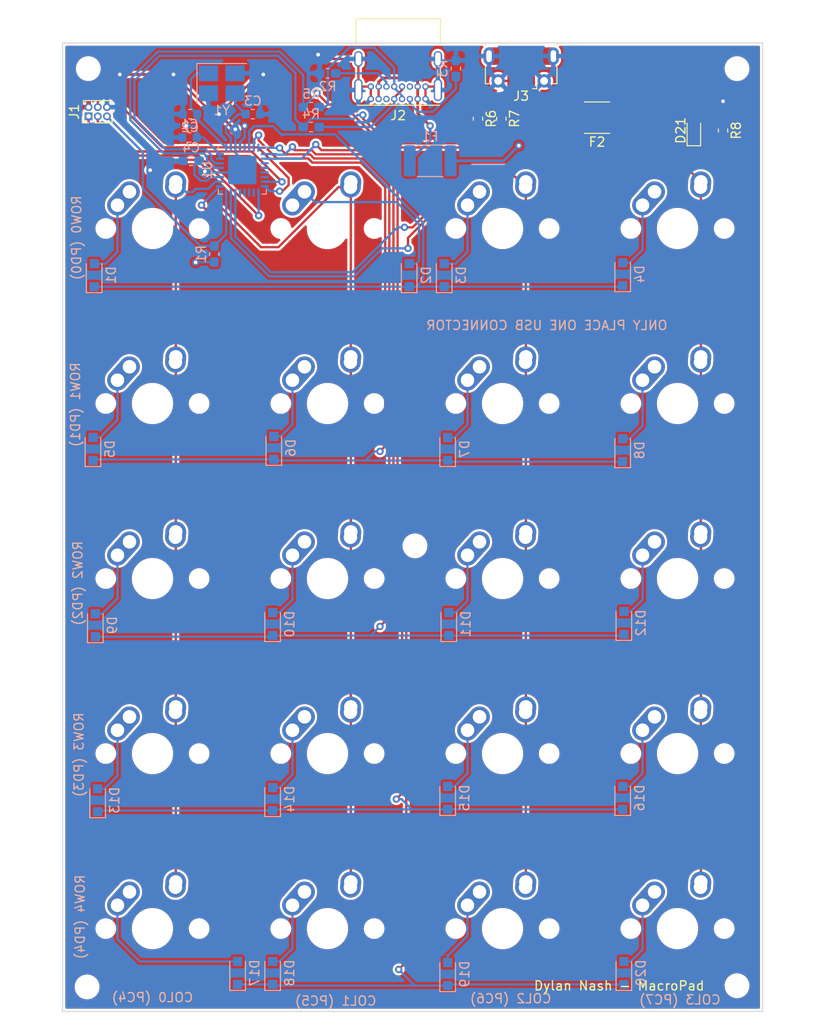
<source format=kicad_pcb>
(kicad_pcb (version 20171130) (host pcbnew "(5.1.2)-2")
  (layers (0 F.Cu signal) (31 B.Cu signal) (34 B.Paste user) (35 F.Paste user) (36 B.SilkS user) (37 F.SilkS user) (38 B.Mask user) (39 F.Mask user) (44 Edge.Cuts user))
  (net 0 "")
  (net 1 GND)
  (net 2 +5V)
  (net 3 "Net-(C4-Pad1)")
  (net 4 "Net-(D1-Pad2)")
  (net 5 "Net-(D2-Pad2)")
  (net 6 "Net-(D3-Pad2)")
  (net 7 "Net-(D4-Pad2)")
  (net 8 /ROW0)
  (net 9 "Net-(D5-Pad2)")
  (net 10 "Net-(D6-Pad2)")
  (net 11 "Net-(D7-Pad2)")
  (net 12 "Net-(D8-Pad2)")
  (net 13 /ROW1)
  (net 14 "Net-(D9-Pad2)")
  (net 15 "Net-(D10-Pad2)")
  (net 16 "Net-(D11-Pad2)")
  (net 17 "Net-(D12-Pad2)")
  (net 18 /ROW2)
  (net 19 "Net-(D13-Pad2)")
  (net 20 "Net-(D14-Pad2)")
  (net 21 "Net-(D15-Pad2)")
  (net 22 "Net-(D16-Pad2)")
  (net 23 /ROW3)
  (net 24 "Net-(D17-Pad2)")
  (net 25 /ROW4)
  (net 26 "Net-(D18-Pad2)")
  (net 27 "Net-(D19-Pad2)")
  (net 28 "Net-(D20-Pad2)")
  (net 29 "Net-(D21-Pad1)")
  (net 30 "Net-(F1-Pad2)")
  (net 31 "Net-(F2-Pad2)")
  (net 32 /RST)
  (net 33 /MOSI)
  (net 34 /SCK)
  (net 35 /MISO)
  (net 36 "Net-(J2-PadA6)")
  (net 37 "Net-(J2-PadB5)")
  (net 38 "Net-(J2-PadB8)")
  (net 39 "Net-(J2-PadA7)")
  (net 40 "Net-(J2-PadA8)")
  (net 41 "Net-(J2-PadA5)")
  (net 42 "Net-(J3-Pad3)")
  (net 43 "Net-(J3-Pad4)")
  (net 44 "Net-(J3-Pad2)")
  (net 45 /D-)
  (net 46 /D+)
  (net 47 /COL0)
  (net 48 /COL1)
  (net 49 /COL2)
  (net 50 /COL3)
  (net 51 "Net-(U1-Pad21)")
  (net 52 "Net-(U1-Pad20)")
  (net 53 "Net-(U1-Pad19)")
  (net 54 "Net-(U1-Pad18)")
  (net 55 "Net-(U1-Pad14)")
  (net 56 "Net-(U1-Pad13)")
  (net 57 "Net-(U1-Pad12)")
  (net 58 "Net-(U1-Pad11)")
  (net 59 "Net-(U1-Pad5)")
  (net 60 /XTAL1)
  (net 61 /XTAL2)
  (module LED_SMD:LED_0603_1608Metric_Pad1.05x0.95mm_HandSolder (layer F.Cu) (at 165.227 47.625 90)
    (fp_text reference D21 (at 0 -1.43 90) (layer F.SilkS))
    (fp_text value LED)
    (pad 2 smd roundrect (at 0.875 0 90) (size 1.05 0.95) (layers F.Cu F.Paste F.Mask) (net 2 +5V))
    (pad 1 smd roundrect (at -0.875 0 90) (size 1.05 0.95) (layers F.Cu F.Paste F.Mask) (net 29 "Net-(D21-Pad1)"))
  )
  (module MountingHole:MountingHole_2.2mm_M2 (layer F.Cu) (at 169.926 140.716)
    (fp_text reference REF** hide)
    (fp_text value MountingHole_2.2mm_M2)
    (pad 1 np_thru_hole circle (at 0 0) (size 2.2 2.2) (drill 2.2) (layers *.Cu *.Mask))
  )
  (module MountingHole:MountingHole_2.2mm_M2 (layer F.Cu) (at 134.874 92.837)
    (fp_text reference REF** hide)
    (fp_text value MountingHole_2.2mm_M2)
    (pad 1 np_thru_hole circle (at 0 0) (size 2.2 2.2) (drill 2.2) (layers *.Cu *.Mask))
  )
  (module Diode_SMD:D_SOD-323_HandSoldering (layer B.Cu) (at 115.57 139.319 90)
    (fp_text reference D17 (at 0 1.85 90) (layer B.SilkS) (effects (justify mirror)))
    (fp_text value BAS16HT1G)
    (pad 2 smd rect (at 1.25 0 90) (size 1 1) (layers B.Cu B.Paste B.Mask) (net 24 "Net-(D17-Pad2)"))
    (pad 1 smd rect (at -1.25 0 90) (size 1 1) (layers B.Cu B.Paste B.Mask) (net 25 /ROW4))
  )
  (module MountingHole:MountingHole_2.2mm_M2 (layer F.Cu) (at 99.187 140.843)
    (fp_text reference REF** hide)
    (fp_text value MountingHole_2.2mm_M2)
    (pad 1 np_thru_hole circle (at 0 0) (size 2.2 2.2) (drill 2.2) (layers *.Cu *.Mask))
  )
  (module MountingHole:MountingHole_2.2mm_M2 (layer F.Cu) (at 169.926 40.894)
    (fp_text reference REF** hide)
    (fp_text value MountingHole_2.2mm_M2)
    (pad 1 np_thru_hole circle (at 0 0) (size 2.2 2.2) (drill 2.2) (layers *.Cu *.Mask))
  )
  (module MountingHole:MountingHole_2.2mm_M2 (layer F.Cu) (at 99.314 40.894)
    (fp_text reference REF** hide)
    (fp_text value MountingHole_2.2mm_M2)
    (pad 1 np_thru_hole circle (at 0 0) (size 2.2 2.2) (drill 2.2) (layers *.Cu *.Mask))
  )
  (module Connector_USB:USB_C_Receptacle_GCT_USB4085 (layer F.Cu) (at 136.017 44.196 180)
    (fp_text reference J2 (at 2.975 -1.8) (layer F.SilkS))
    (fp_text value USB_C_Receptacle_USB2.0)
    (pad S1 thru_hole oval (at 7.3 4.36 180) (size 0.9 1.7) (drill oval 0.6 1.4) (layers *.Cu *.Mask) (net 1 GND))
    (pad S1 thru_hole oval (at -1.35 4.36 180) (size 0.9 1.7) (drill oval 0.6 1.4) (layers *.Cu *.Mask) (net 1 GND))
    (pad S1 thru_hole oval (at 7.3 0.98 180) (size 0.9 2.4) (drill oval 0.6 2.1) (layers *.Cu *.Mask) (net 1 GND))
    (pad S1 thru_hole oval (at -1.35 0.98 180) (size 0.9 2.4) (drill oval 0.6 2.1) (layers *.Cu *.Mask) (net 1 GND))
    (pad B6 thru_hole circle (at 3.4 1.35 180) (size 0.7 0.7) (drill 0.4) (layers *.Cu *.Mask) (net 36 "Net-(J2-PadA6)"))
    (pad B1 thru_hole circle (at 5.95 1.35 180) (size 0.7 0.7) (drill 0.4) (layers *.Cu *.Mask) (net 1 GND))
    (pad B4 thru_hole circle (at 5.1 1.35 180) (size 0.7 0.7) (drill 0.4) (layers *.Cu *.Mask) (net 30 "Net-(F1-Pad2)"))
    (pad B5 thru_hole circle (at 4.25 1.35 180) (size 0.7 0.7) (drill 0.4) (layers *.Cu *.Mask) (net 37 "Net-(J2-PadB5)"))
    (pad B12 thru_hole circle (at 0 1.35 180) (size 0.7 0.7) (drill 0.4) (layers *.Cu *.Mask) (net 1 GND))
    (pad B8 thru_hole circle (at 1.7 1.35 180) (size 0.7 0.7) (drill 0.4) (layers *.Cu *.Mask) (net 38 "Net-(J2-PadB8)"))
    (pad B7 thru_hole circle (at 2.55 1.35 180) (size 0.7 0.7) (drill 0.4) (layers *.Cu *.Mask) (net 39 "Net-(J2-PadA7)"))
    (pad B9 thru_hole circle (at 0.85 1.35 180) (size 0.7 0.7) (drill 0.4) (layers *.Cu *.Mask) (net 30 "Net-(F1-Pad2)"))
    (pad A12 thru_hole circle (at 5.95 0 180) (size 0.7 0.7) (drill 0.4) (layers *.Cu *.Mask) (net 1 GND))
    (pad A9 thru_hole circle (at 5.1 0 180) (size 0.7 0.7) (drill 0.4) (layers *.Cu *.Mask) (net 30 "Net-(F1-Pad2)"))
    (pad A8 thru_hole circle (at 4.25 0 180) (size 0.7 0.7) (drill 0.4) (layers *.Cu *.Mask) (net 40 "Net-(J2-PadA8)"))
    (pad A7 thru_hole circle (at 3.4 0 180) (size 0.7 0.7) (drill 0.4) (layers *.Cu *.Mask) (net 39 "Net-(J2-PadA7)"))
    (pad A6 thru_hole circle (at 2.55 0 180) (size 0.7 0.7) (drill 0.4) (layers *.Cu *.Mask) (net 36 "Net-(J2-PadA6)"))
    (pad A5 thru_hole circle (at 1.7 0 180) (size 0.7 0.7) (drill 0.4) (layers *.Cu *.Mask) (net 41 "Net-(J2-PadA5)"))
    (pad A4 thru_hole circle (at 0.85 0 180) (size 0.7 0.7) (drill 0.4) (layers *.Cu *.Mask) (net 30 "Net-(F1-Pad2)"))
    (pad A1 thru_hole circle (at 0 0 180) (size 0.7 0.7) (drill 0.4) (layers *.Cu *.Mask) (net 1 GND))
  )
  (module Fuse:Fuse_1812_4532Metric_Pad1.30x3.40mm_HandSolder (layer B.Cu) (at 136.525 50.927 180)
    (fp_text reference F1 (at 0 2.65) (layer B.SilkS) (effects (justify mirror)))
    (fp_text value MF-MSMF050-2CT-ND)
    (pad 2 smd roundrect (at 2.225 0 180) (size 1.3 3.4) (layers B.Cu B.Paste B.Mask) (roundrect_rratio 0.192308) (net 30 "Net-(F1-Pad2)"))
    (pad 1 smd roundrect (at -2.225 0 180) (size 1.3 3.4) (layers B.Cu B.Paste B.Mask) (roundrect_rratio 0.192308) (net 2 +5V))
  )
  (module Crystal:Crystal_SMD_SeikoEpson_TSX3225-4Pin_3.2x2.5mm_HandSoldering (layer B.Cu) (at 113.845 42.4895)
    (fp_text reference Y1 (at 0 2.95) (layer B.SilkS) (effects (justify mirror)))
    (fp_text value 16MHz)
    (pad 4 smd rect (at -1.45 1.0875) (size 2.1 1.725) (layers B.Cu B.Paste B.Mask) (net 1 GND))
    (pad 3 smd rect (at 1.45 1.0875) (size 2.1 1.725) (layers B.Cu B.Paste B.Mask) (net 61 /XTAL2))
    (pad 2 smd rect (at 1.45 -1.0875) (size 2.1 1.725) (layers B.Cu B.Paste B.Mask) (net 1 GND))
    (pad 1 smd rect (at -1.45 -1.0875) (size 2.1 1.725) (layers B.Cu B.Paste B.Mask) (net 60 /XTAL1))
  )
  (module MX_Alps_Hybrid:MX-1U-NoLED (layer F.Cu) (at 125.349 58.293)
    (fp_text reference SW2)
    (fp_text value SW_Push)
    (pad "" np_thru_hole circle (at 5.08 0 48.0996) (size 1.75 1.75) (drill 1.75) (layers *.Cu *.Mask))
    (pad "" np_thru_hole circle (at -5.08 0 48.0996) (size 1.75 1.75) (drill 1.75) (layers *.Cu *.Mask))
    (pad 1 thru_hole circle (at -2.5 -4) (size 2.25 2.25) (drill 1.47) (layers *.Cu B.Mask) (net 5 "Net-(D2-Pad2)"))
    (pad "" np_thru_hole circle (at 0 0) (size 3.9878 3.9878) (drill 3.9878) (layers *.Cu *.Mask))
    (pad 1 thru_hole oval (at -3.81 -2.54 48.0996) (size 4.211556 2.25) (drill 1.47 (offset 0.980778 0)) (layers *.Cu B.Mask) (net 5 "Net-(D2-Pad2)"))
    (pad 2 thru_hole circle (at 2.54 -5.08) (size 2.25 2.25) (drill 1.47) (layers *.Cu B.Mask) (net 48 /COL1))
    (pad 2 thru_hole oval (at 2.5 -4.5 86.0548) (size 2.831378 2.25) (drill 1.47 (offset 0.290689 0)) (layers *.Cu B.Mask) (net 48 /COL1))
  )
  (module Capacitor_SMD:C_0603_1608Metric (layer B.Cu) (at 117.221 45.847 180)
    (fp_text reference C3 (at 0 1.43) (layer B.SilkS) (effects (justify mirror)))
    (fp_text value 22pF)
    (pad 2 smd roundrect (at 0.7875 0 180) (size 0.875 0.95) (layers B.Cu B.Paste B.Mask) (net 61 /XTAL2))
    (pad 1 smd roundrect (at -0.7875 0 180) (size 0.875 0.95) (layers B.Cu B.Paste B.Mask) (net 1 GND))
  )
  (module Capacitor_SMD:C_0603_1608Metric (layer B.Cu) (at 110.3885 45.847)
    (fp_text reference C2 (at 0 1.43) (layer B.SilkS) (effects (justify mirror)))
    (fp_text value 22pF)
    (pad 2 smd roundrect (at 0.7875 0) (size 0.875 0.95) (layers B.Cu B.Paste B.Mask) (net 60 /XTAL1))
    (pad 1 smd roundrect (at -0.7875 0) (size 0.875 0.95) (layers B.Cu B.Paste B.Mask) (net 1 GND))
  )
  (module MX_Alps_Hybrid:MX-1U-NoLED (layer F.Cu) (at 106.299 77.343)
    (fp_text reference SW5)
    (fp_text value SW_Push)
    (pad "" np_thru_hole circle (at 5.08 0 48.0996) (size 1.75 1.75) (drill 1.75) (layers *.Cu *.Mask))
    (pad "" np_thru_hole circle (at -5.08 0 48.0996) (size 1.75 1.75) (drill 1.75) (layers *.Cu *.Mask))
    (pad 1 thru_hole circle (at -2.5 -4) (size 2.25 2.25) (drill 1.47) (layers *.Cu B.Mask) (net 9 "Net-(D5-Pad2)"))
    (pad "" np_thru_hole circle (at 0 0) (size 3.9878 3.9878) (drill 3.9878) (layers *.Cu *.Mask))
    (pad 1 thru_hole oval (at -3.81 -2.54 48.0996) (size 4.211556 2.25) (drill 1.47 (offset 0.980778 0)) (layers *.Cu B.Mask) (net 9 "Net-(D5-Pad2)"))
    (pad 2 thru_hole circle (at 2.54 -5.08) (size 2.25 2.25) (drill 1.47) (layers *.Cu B.Mask) (net 47 /COL0))
    (pad 2 thru_hole oval (at 2.5 -4.5 86.0548) (size 2.831378 2.25) (drill 1.47 (offset 0.290689 0)) (layers *.Cu B.Mask) (net 47 /COL0))
  )
  (module Package_DFN_QFN:QFN-32-1EP_5x5mm_P0.5mm_EP3.1x3.1mm (layer B.Cu) (at 116.078 51.943 270)
    (fp_text reference U1 (at 0 3.82 90) (layer B.SilkS) (effects (justify mirror)))
    (fp_text value ATmega32U2-MU)
    (pad 32 smd roundrect (at -1.75 2.4375 270) (size 0.25 0.875) (layers B.Cu B.Paste B.Mask) (net 2 +5V))
    (pad 31 smd roundrect (at -1.25 2.4375 270) (size 0.25 0.875) (layers B.Cu B.Paste B.Mask) (net 2 +5V))
    (pad 30 smd roundrect (at -0.75 2.4375 270) (size 0.25 0.875) (layers B.Cu B.Paste B.Mask) (net 45 /D-))
    (pad 29 smd roundrect (at -0.25 2.4375 270) (size 0.25 0.875) (layers B.Cu B.Paste B.Mask) (net 46 /D+))
    (pad 28 smd roundrect (at 0.25 2.4375 270) (size 0.25 0.875) (layers B.Cu B.Paste B.Mask) (net 1 GND))
    (pad 27 smd roundrect (at 0.75 2.4375 270) (size 0.25 0.875) (layers B.Cu B.Paste B.Mask) (net 3 "Net-(C4-Pad1)"))
    (pad 26 smd roundrect (at 1.25 2.4375 270) (size 0.25 0.875) (layers B.Cu B.Paste B.Mask) (net 47 /COL0))
    (pad 25 smd roundrect (at 1.75 2.4375 270) (size 0.25 0.875) (layers B.Cu B.Paste B.Mask) (net 48 /COL1))
    (pad 24 smd roundrect (at 2.4375 1.75 270) (size 0.875 0.25) (layers B.Cu B.Paste B.Mask) (net 32 /RST))
    (pad 23 smd roundrect (at 2.4375 1.25 270) (size 0.875 0.25) (layers B.Cu B.Paste B.Mask) (net 49 /COL2))
    (pad 22 smd roundrect (at 2.4375 0.75 270) (size 0.875 0.25) (layers B.Cu B.Paste B.Mask) (net 50 /COL3))
    (pad 21 smd roundrect (at 2.4375 0.25 270) (size 0.875 0.25) (layers B.Cu B.Paste B.Mask) (net 51 "Net-(U1-Pad21)"))
    (pad 20 smd roundrect (at 2.4375 -0.25 270) (size 0.875 0.25) (layers B.Cu B.Paste B.Mask) (net 52 "Net-(U1-Pad20)"))
    (pad 19 smd roundrect (at 2.4375 -0.75 270) (size 0.875 0.25) (layers B.Cu B.Paste B.Mask) (net 53 "Net-(U1-Pad19)"))
    (pad 18 smd roundrect (at 2.4375 -1.25 270) (size 0.875 0.25) (layers B.Cu B.Paste B.Mask) (net 54 "Net-(U1-Pad18)"))
    (pad 17 smd roundrect (at 2.4375 -1.75 270) (size 0.875 0.25) (layers B.Cu B.Paste B.Mask) (net 35 /MISO))
    (pad 16 smd roundrect (at 1.75 -2.4375 270) (size 0.25 0.875) (layers B.Cu B.Paste B.Mask) (net 33 /MOSI))
    (pad 15 smd roundrect (at 1.25 -2.4375 270) (size 0.25 0.875) (layers B.Cu B.Paste B.Mask) (net 34 /SCK))
    (pad 14 smd roundrect (at 0.75 -2.4375 270) (size 0.25 0.875) (layers B.Cu B.Paste B.Mask) (net 55 "Net-(U1-Pad14)"))
    (pad 13 smd roundrect (at 0.25 -2.4375 270) (size 0.25 0.875) (layers B.Cu B.Paste B.Mask) (net 56 "Net-(U1-Pad13)"))
    (pad 12 smd roundrect (at -0.25 -2.4375 270) (size 0.25 0.875) (layers B.Cu B.Paste B.Mask) (net 57 "Net-(U1-Pad12)"))
    (pad 11 smd roundrect (at -0.75 -2.4375 270) (size 0.25 0.875) (layers B.Cu B.Paste B.Mask) (net 58 "Net-(U1-Pad11)"))
    (pad 10 smd roundrect (at -1.25 -2.4375 270) (size 0.25 0.875) (layers B.Cu B.Paste B.Mask) (net 25 /ROW4))
    (pad 9 smd roundrect (at -1.75 -2.4375 270) (size 0.25 0.875) (layers B.Cu B.Paste B.Mask) (net 23 /ROW3))
    (pad 8 smd roundrect (at -2.4375 -1.75 270) (size 0.875 0.25) (layers B.Cu B.Paste B.Mask) (net 18 /ROW2))
    (pad 7 smd roundrect (at -2.4375 -1.25 270) (size 0.875 0.25) (layers B.Cu B.Paste B.Mask) (net 13 /ROW1))
    (pad 6 smd roundrect (at -2.4375 -0.75 270) (size 0.875 0.25) (layers B.Cu B.Paste B.Mask) (net 8 /ROW0))
    (pad 5 smd roundrect (at -2.4375 -0.25 270) (size 0.875 0.25) (layers B.Cu B.Paste B.Mask) (net 59 "Net-(U1-Pad5)"))
    (pad 4 smd roundrect (at -2.4375 0.25 270) (size 0.875 0.25) (layers B.Cu B.Paste B.Mask) (net 2 +5V))
    (pad 3 smd roundrect (at -2.4375 0.75 270) (size 0.875 0.25) (layers B.Cu B.Paste B.Mask) (net 1 GND))
    (pad 2 smd roundrect (at -2.4375 1.25 270) (size 0.875 0.25) (layers B.Cu B.Paste B.Mask) (net 61 /XTAL2))
    (pad 1 smd roundrect (at -2.4375 1.75 270) (size 0.875 0.25) (layers B.Cu B.Paste B.Mask) (net 60 /XTAL1))
    (pad 33 smd roundrect (at 0 0 270) (size 3.1 3.1) (layers B.Cu B.Mask) (roundrect_rratio 0.08064499999999999) (net 1 GND))
  )
  (module MX_Alps_Hybrid:MX-1U-NoLED (layer F.Cu) (at 163.449 134.493)
    (fp_text reference SW20)
    (fp_text value SW_Push)
    (pad "" np_thru_hole circle (at 5.08 0 48.0996) (size 1.75 1.75) (drill 1.75) (layers *.Cu *.Mask))
    (pad "" np_thru_hole circle (at -5.08 0 48.0996) (size 1.75 1.75) (drill 1.75) (layers *.Cu *.Mask))
    (pad 1 thru_hole circle (at -2.5 -4) (size 2.25 2.25) (drill 1.47) (layers *.Cu B.Mask) (net 28 "Net-(D20-Pad2)"))
    (pad "" np_thru_hole circle (at 0 0) (size 3.9878 3.9878) (drill 3.9878) (layers *.Cu *.Mask))
    (pad 1 thru_hole oval (at -3.81 -2.54 48.0996) (size 4.211556 2.25) (drill 1.47 (offset 0.980778 0)) (layers *.Cu B.Mask) (net 28 "Net-(D20-Pad2)"))
    (pad 2 thru_hole circle (at 2.54 -5.08) (size 2.25 2.25) (drill 1.47) (layers *.Cu B.Mask) (net 50 /COL3))
    (pad 2 thru_hole oval (at 2.5 -4.5 86.0548) (size 2.831378 2.25) (drill 1.47 (offset 0.290689 0)) (layers *.Cu B.Mask) (net 50 /COL3))
  )
  (module MX_Alps_Hybrid:MX-1U-NoLED (layer F.Cu) (at 144.399 134.493)
    (fp_text reference SW19)
    (fp_text value SW_Push)
    (pad "" np_thru_hole circle (at 5.08 0 48.0996) (size 1.75 1.75) (drill 1.75) (layers *.Cu *.Mask))
    (pad "" np_thru_hole circle (at -5.08 0 48.0996) (size 1.75 1.75) (drill 1.75) (layers *.Cu *.Mask))
    (pad 1 thru_hole circle (at -2.5 -4) (size 2.25 2.25) (drill 1.47) (layers *.Cu B.Mask) (net 27 "Net-(D19-Pad2)"))
    (pad "" np_thru_hole circle (at 0 0) (size 3.9878 3.9878) (drill 3.9878) (layers *.Cu *.Mask))
    (pad 1 thru_hole oval (at -3.81 -2.54 48.0996) (size 4.211556 2.25) (drill 1.47 (offset 0.980778 0)) (layers *.Cu B.Mask) (net 27 "Net-(D19-Pad2)"))
    (pad 2 thru_hole circle (at 2.54 -5.08) (size 2.25 2.25) (drill 1.47) (layers *.Cu B.Mask) (net 49 /COL2))
    (pad 2 thru_hole oval (at 2.5 -4.5 86.0548) (size 2.831378 2.25) (drill 1.47 (offset 0.290689 0)) (layers *.Cu B.Mask) (net 49 /COL2))
  )
  (module MX_Alps_Hybrid:MX-1U-NoLED (layer F.Cu) (at 125.349 134.493)
    (fp_text reference SW18)
    (fp_text value SW_Push)
    (pad "" np_thru_hole circle (at 5.08 0 48.0996) (size 1.75 1.75) (drill 1.75) (layers *.Cu *.Mask))
    (pad "" np_thru_hole circle (at -5.08 0 48.0996) (size 1.75 1.75) (drill 1.75) (layers *.Cu *.Mask))
    (pad 1 thru_hole circle (at -2.5 -4) (size 2.25 2.25) (drill 1.47) (layers *.Cu B.Mask) (net 26 "Net-(D18-Pad2)"))
    (pad "" np_thru_hole circle (at 0 0) (size 3.9878 3.9878) (drill 3.9878) (layers *.Cu *.Mask))
    (pad 1 thru_hole oval (at -3.81 -2.54 48.0996) (size 4.211556 2.25) (drill 1.47 (offset 0.980778 0)) (layers *.Cu B.Mask) (net 26 "Net-(D18-Pad2)"))
    (pad 2 thru_hole circle (at 2.54 -5.08) (size 2.25 2.25) (drill 1.47) (layers *.Cu B.Mask) (net 48 /COL1))
    (pad 2 thru_hole oval (at 2.5 -4.5 86.0548) (size 2.831378 2.25) (drill 1.47 (offset 0.290689 0)) (layers *.Cu B.Mask) (net 48 /COL1))
  )
  (module MX_Alps_Hybrid:MX-1U-NoLED (layer F.Cu) (at 106.299 134.493)
    (fp_text reference SW17)
    (fp_text value SW_Push)
    (pad "" np_thru_hole circle (at 5.08 0 48.0996) (size 1.75 1.75) (drill 1.75) (layers *.Cu *.Mask))
    (pad "" np_thru_hole circle (at -5.08 0 48.0996) (size 1.75 1.75) (drill 1.75) (layers *.Cu *.Mask))
    (pad 1 thru_hole circle (at -2.5 -4) (size 2.25 2.25) (drill 1.47) (layers *.Cu B.Mask) (net 24 "Net-(D17-Pad2)"))
    (pad "" np_thru_hole circle (at 0 0) (size 3.9878 3.9878) (drill 3.9878) (layers *.Cu *.Mask))
    (pad 1 thru_hole oval (at -3.81 -2.54 48.0996) (size 4.211556 2.25) (drill 1.47 (offset 0.980778 0)) (layers *.Cu B.Mask) (net 24 "Net-(D17-Pad2)"))
    (pad 2 thru_hole circle (at 2.54 -5.08) (size 2.25 2.25) (drill 1.47) (layers *.Cu B.Mask) (net 47 /COL0))
    (pad 2 thru_hole oval (at 2.5 -4.5 86.0548) (size 2.831378 2.25) (drill 1.47 (offset 0.290689 0)) (layers *.Cu B.Mask) (net 47 /COL0))
  )
  (module MX_Alps_Hybrid:MX-1U-NoLED (layer F.Cu) (at 163.449 115.443)
    (fp_text reference SW16)
    (fp_text value SW_Push)
    (pad "" np_thru_hole circle (at 5.08 0 48.0996) (size 1.75 1.75) (drill 1.75) (layers *.Cu *.Mask))
    (pad "" np_thru_hole circle (at -5.08 0 48.0996) (size 1.75 1.75) (drill 1.75) (layers *.Cu *.Mask))
    (pad 1 thru_hole circle (at -2.5 -4) (size 2.25 2.25) (drill 1.47) (layers *.Cu B.Mask) (net 22 "Net-(D16-Pad2)"))
    (pad "" np_thru_hole circle (at 0 0) (size 3.9878 3.9878) (drill 3.9878) (layers *.Cu *.Mask))
    (pad 1 thru_hole oval (at -3.81 -2.54 48.0996) (size 4.211556 2.25) (drill 1.47 (offset 0.980778 0)) (layers *.Cu B.Mask) (net 22 "Net-(D16-Pad2)"))
    (pad 2 thru_hole circle (at 2.54 -5.08) (size 2.25 2.25) (drill 1.47) (layers *.Cu B.Mask) (net 50 /COL3))
    (pad 2 thru_hole oval (at 2.5 -4.5 86.0548) (size 2.831378 2.25) (drill 1.47 (offset 0.290689 0)) (layers *.Cu B.Mask) (net 50 /COL3))
  )
  (module MX_Alps_Hybrid:MX-1U-NoLED (layer F.Cu) (at 144.399 115.443)
    (fp_text reference SW15)
    (fp_text value SW_Push)
    (pad "" np_thru_hole circle (at 5.08 0 48.0996) (size 1.75 1.75) (drill 1.75) (layers *.Cu *.Mask))
    (pad "" np_thru_hole circle (at -5.08 0 48.0996) (size 1.75 1.75) (drill 1.75) (layers *.Cu *.Mask))
    (pad 1 thru_hole circle (at -2.5 -4) (size 2.25 2.25) (drill 1.47) (layers *.Cu B.Mask) (net 21 "Net-(D15-Pad2)"))
    (pad "" np_thru_hole circle (at 0 0) (size 3.9878 3.9878) (drill 3.9878) (layers *.Cu *.Mask))
    (pad 1 thru_hole oval (at -3.81 -2.54 48.0996) (size 4.211556 2.25) (drill 1.47 (offset 0.980778 0)) (layers *.Cu B.Mask) (net 21 "Net-(D15-Pad2)"))
    (pad 2 thru_hole circle (at 2.54 -5.08) (size 2.25 2.25) (drill 1.47) (layers *.Cu B.Mask) (net 49 /COL2))
    (pad 2 thru_hole oval (at 2.5 -4.5 86.0548) (size 2.831378 2.25) (drill 1.47 (offset 0.290689 0)) (layers *.Cu B.Mask) (net 49 /COL2))
  )
  (module MX_Alps_Hybrid:MX-1U-NoLED (layer F.Cu) (at 125.349 115.443)
    (fp_text reference SW14)
    (fp_text value SW_Push)
    (pad "" np_thru_hole circle (at 5.08 0 48.0996) (size 1.75 1.75) (drill 1.75) (layers *.Cu *.Mask))
    (pad "" np_thru_hole circle (at -5.08 0 48.0996) (size 1.75 1.75) (drill 1.75) (layers *.Cu *.Mask))
    (pad 1 thru_hole circle (at -2.5 -4) (size 2.25 2.25) (drill 1.47) (layers *.Cu B.Mask) (net 20 "Net-(D14-Pad2)"))
    (pad "" np_thru_hole circle (at 0 0) (size 3.9878 3.9878) (drill 3.9878) (layers *.Cu *.Mask))
    (pad 1 thru_hole oval (at -3.81 -2.54 48.0996) (size 4.211556 2.25) (drill 1.47 (offset 0.980778 0)) (layers *.Cu B.Mask) (net 20 "Net-(D14-Pad2)"))
    (pad 2 thru_hole circle (at 2.54 -5.08) (size 2.25 2.25) (drill 1.47) (layers *.Cu B.Mask) (net 48 /COL1))
    (pad 2 thru_hole oval (at 2.5 -4.5 86.0548) (size 2.831378 2.25) (drill 1.47 (offset 0.290689 0)) (layers *.Cu B.Mask) (net 48 /COL1))
  )
  (module MX_Alps_Hybrid:MX-1U-NoLED (layer F.Cu) (at 106.299 115.443)
    (fp_text reference SW13)
    (fp_text value SW_Push)
    (pad "" np_thru_hole circle (at 5.08 0 48.0996) (size 1.75 1.75) (drill 1.75) (layers *.Cu *.Mask))
    (pad "" np_thru_hole circle (at -5.08 0 48.0996) (size 1.75 1.75) (drill 1.75) (layers *.Cu *.Mask))
    (pad 1 thru_hole circle (at -2.5 -4) (size 2.25 2.25) (drill 1.47) (layers *.Cu B.Mask) (net 19 "Net-(D13-Pad2)"))
    (pad "" np_thru_hole circle (at 0 0) (size 3.9878 3.9878) (drill 3.9878) (layers *.Cu *.Mask))
    (pad 1 thru_hole oval (at -3.81 -2.54 48.0996) (size 4.211556 2.25) (drill 1.47 (offset 0.980778 0)) (layers *.Cu B.Mask) (net 19 "Net-(D13-Pad2)"))
    (pad 2 thru_hole circle (at 2.54 -5.08) (size 2.25 2.25) (drill 1.47) (layers *.Cu B.Mask) (net 47 /COL0))
    (pad 2 thru_hole oval (at 2.5 -4.5 86.0548) (size 2.831378 2.25) (drill 1.47 (offset 0.290689 0)) (layers *.Cu B.Mask) (net 47 /COL0))
  )
  (module MX_Alps_Hybrid:MX-1U-NoLED (layer F.Cu) (at 163.449 96.393)
    (fp_text reference SW12)
    (fp_text value SW_Push)
    (pad "" np_thru_hole circle (at 5.08 0 48.0996) (size 1.75 1.75) (drill 1.75) (layers *.Cu *.Mask))
    (pad "" np_thru_hole circle (at -5.08 0 48.0996) (size 1.75 1.75) (drill 1.75) (layers *.Cu *.Mask))
    (pad 1 thru_hole circle (at -2.5 -4) (size 2.25 2.25) (drill 1.47) (layers *.Cu B.Mask) (net 17 "Net-(D12-Pad2)"))
    (pad "" np_thru_hole circle (at 0 0) (size 3.9878 3.9878) (drill 3.9878) (layers *.Cu *.Mask))
    (pad 1 thru_hole oval (at -3.81 -2.54 48.0996) (size 4.211556 2.25) (drill 1.47 (offset 0.980778 0)) (layers *.Cu B.Mask) (net 17 "Net-(D12-Pad2)"))
    (pad 2 thru_hole circle (at 2.54 -5.08) (size 2.25 2.25) (drill 1.47) (layers *.Cu B.Mask) (net 50 /COL3))
    (pad 2 thru_hole oval (at 2.5 -4.5 86.0548) (size 2.831378 2.25) (drill 1.47 (offset 0.290689 0)) (layers *.Cu B.Mask) (net 50 /COL3))
  )
  (module MX_Alps_Hybrid:MX-1U-NoLED (layer F.Cu) (at 144.399 96.393)
    (fp_text reference SW11)
    (fp_text value SW_Push)
    (pad "" np_thru_hole circle (at 5.08 0 48.0996) (size 1.75 1.75) (drill 1.75) (layers *.Cu *.Mask))
    (pad "" np_thru_hole circle (at -5.08 0 48.0996) (size 1.75 1.75) (drill 1.75) (layers *.Cu *.Mask))
    (pad 1 thru_hole circle (at -2.5 -4) (size 2.25 2.25) (drill 1.47) (layers *.Cu B.Mask) (net 16 "Net-(D11-Pad2)"))
    (pad "" np_thru_hole circle (at 0 0) (size 3.9878 3.9878) (drill 3.9878) (layers *.Cu *.Mask))
    (pad 1 thru_hole oval (at -3.81 -2.54 48.0996) (size 4.211556 2.25) (drill 1.47 (offset 0.980778 0)) (layers *.Cu B.Mask) (net 16 "Net-(D11-Pad2)"))
    (pad 2 thru_hole circle (at 2.54 -5.08) (size 2.25 2.25) (drill 1.47) (layers *.Cu B.Mask) (net 49 /COL2))
    (pad 2 thru_hole oval (at 2.5 -4.5 86.0548) (size 2.831378 2.25) (drill 1.47 (offset 0.290689 0)) (layers *.Cu B.Mask) (net 49 /COL2))
  )
  (module MX_Alps_Hybrid:MX-1U-NoLED (layer F.Cu) (at 125.349 96.393)
    (fp_text reference SW10)
    (fp_text value SW_Push)
    (pad "" np_thru_hole circle (at 5.08 0 48.0996) (size 1.75 1.75) (drill 1.75) (layers *.Cu *.Mask))
    (pad "" np_thru_hole circle (at -5.08 0 48.0996) (size 1.75 1.75) (drill 1.75) (layers *.Cu *.Mask))
    (pad 1 thru_hole circle (at -2.5 -4) (size 2.25 2.25) (drill 1.47) (layers *.Cu B.Mask) (net 15 "Net-(D10-Pad2)"))
    (pad "" np_thru_hole circle (at 0 0) (size 3.9878 3.9878) (drill 3.9878) (layers *.Cu *.Mask))
    (pad 1 thru_hole oval (at -3.81 -2.54 48.0996) (size 4.211556 2.25) (drill 1.47 (offset 0.980778 0)) (layers *.Cu B.Mask) (net 15 "Net-(D10-Pad2)"))
    (pad 2 thru_hole circle (at 2.54 -5.08) (size 2.25 2.25) (drill 1.47) (layers *.Cu B.Mask) (net 48 /COL1))
    (pad 2 thru_hole oval (at 2.5 -4.5 86.0548) (size 2.831378 2.25) (drill 1.47 (offset 0.290689 0)) (layers *.Cu B.Mask) (net 48 /COL1))
  )
  (module MX_Alps_Hybrid:MX-1U-NoLED (layer F.Cu) (at 106.299 96.393)
    (fp_text reference SW9)
    (fp_text value SW_Push)
    (pad "" np_thru_hole circle (at 5.08 0 48.0996) (size 1.75 1.75) (drill 1.75) (layers *.Cu *.Mask))
    (pad "" np_thru_hole circle (at -5.08 0 48.0996) (size 1.75 1.75) (drill 1.75) (layers *.Cu *.Mask))
    (pad 1 thru_hole circle (at -2.5 -4) (size 2.25 2.25) (drill 1.47) (layers *.Cu B.Mask) (net 14 "Net-(D9-Pad2)"))
    (pad "" np_thru_hole circle (at 0 0) (size 3.9878 3.9878) (drill 3.9878) (layers *.Cu *.Mask))
    (pad 1 thru_hole oval (at -3.81 -2.54 48.0996) (size 4.211556 2.25) (drill 1.47 (offset 0.980778 0)) (layers *.Cu B.Mask) (net 14 "Net-(D9-Pad2)"))
    (pad 2 thru_hole circle (at 2.54 -5.08) (size 2.25 2.25) (drill 1.47) (layers *.Cu B.Mask) (net 47 /COL0))
    (pad 2 thru_hole oval (at 2.5 -4.5 86.0548) (size 2.831378 2.25) (drill 1.47 (offset 0.290689 0)) (layers *.Cu B.Mask) (net 47 /COL0))
  )
  (module MX_Alps_Hybrid:MX-1U-NoLED (layer F.Cu) (at 163.449 77.343)
    (fp_text reference SW8)
    (fp_text value SW_Push)
    (pad "" np_thru_hole circle (at 5.08 0 48.0996) (size 1.75 1.75) (drill 1.75) (layers *.Cu *.Mask))
    (pad "" np_thru_hole circle (at -5.08 0 48.0996) (size 1.75 1.75) (drill 1.75) (layers *.Cu *.Mask))
    (pad 1 thru_hole circle (at -2.5 -4) (size 2.25 2.25) (drill 1.47) (layers *.Cu B.Mask) (net 12 "Net-(D8-Pad2)"))
    (pad "" np_thru_hole circle (at 0 0) (size 3.9878 3.9878) (drill 3.9878) (layers *.Cu *.Mask))
    (pad 1 thru_hole oval (at -3.81 -2.54 48.0996) (size 4.211556 2.25) (drill 1.47 (offset 0.980778 0)) (layers *.Cu B.Mask) (net 12 "Net-(D8-Pad2)"))
    (pad 2 thru_hole circle (at 2.54 -5.08) (size 2.25 2.25) (drill 1.47) (layers *.Cu B.Mask) (net 50 /COL3))
    (pad 2 thru_hole oval (at 2.5 -4.5 86.0548) (size 2.831378 2.25) (drill 1.47 (offset 0.290689 0)) (layers *.Cu B.Mask) (net 50 /COL3))
  )
  (module MX_Alps_Hybrid:MX-1U-NoLED (layer F.Cu) (at 144.399 77.343)
    (fp_text reference SW7)
    (fp_text value SW_Push)
    (pad "" np_thru_hole circle (at 5.08 0 48.0996) (size 1.75 1.75) (drill 1.75) (layers *.Cu *.Mask))
    (pad "" np_thru_hole circle (at -5.08 0 48.0996) (size 1.75 1.75) (drill 1.75) (layers *.Cu *.Mask))
    (pad 1 thru_hole circle (at -2.5 -4) (size 2.25 2.25) (drill 1.47) (layers *.Cu B.Mask) (net 11 "Net-(D7-Pad2)"))
    (pad "" np_thru_hole circle (at 0 0) (size 3.9878 3.9878) (drill 3.9878) (layers *.Cu *.Mask))
    (pad 1 thru_hole oval (at -3.81 -2.54 48.0996) (size 4.211556 2.25) (drill 1.47 (offset 0.980778 0)) (layers *.Cu B.Mask) (net 11 "Net-(D7-Pad2)"))
    (pad 2 thru_hole circle (at 2.54 -5.08) (size 2.25 2.25) (drill 1.47) (layers *.Cu B.Mask) (net 49 /COL2))
    (pad 2 thru_hole oval (at 2.5 -4.5 86.0548) (size 2.831378 2.25) (drill 1.47 (offset 0.290689 0)) (layers *.Cu B.Mask) (net 49 /COL2))
  )
  (module MX_Alps_Hybrid:MX-1U-NoLED (layer F.Cu) (at 125.349 77.343)
    (fp_text reference SW6)
    (fp_text value SW_Push)
    (pad "" np_thru_hole circle (at 5.08 0 48.0996) (size 1.75 1.75) (drill 1.75) (layers *.Cu *.Mask))
    (pad "" np_thru_hole circle (at -5.08 0 48.0996) (size 1.75 1.75) (drill 1.75) (layers *.Cu *.Mask))
    (pad 1 thru_hole circle (at -2.5 -4) (size 2.25 2.25) (drill 1.47) (layers *.Cu B.Mask) (net 10 "Net-(D6-Pad2)"))
    (pad "" np_thru_hole circle (at 0 0) (size 3.9878 3.9878) (drill 3.9878) (layers *.Cu *.Mask))
    (pad 1 thru_hole oval (at -3.81 -2.54 48.0996) (size 4.211556 2.25) (drill 1.47 (offset 0.980778 0)) (layers *.Cu B.Mask) (net 10 "Net-(D6-Pad2)"))
    (pad 2 thru_hole circle (at 2.54 -5.08) (size 2.25 2.25) (drill 1.47) (layers *.Cu B.Mask) (net 48 /COL1))
    (pad 2 thru_hole oval (at 2.5 -4.5 86.0548) (size 2.831378 2.25) (drill 1.47 (offset 0.290689 0)) (layers *.Cu B.Mask) (net 48 /COL1))
  )
  (module MX_Alps_Hybrid:MX-1U-NoLED (layer F.Cu) (at 163.449 58.293)
    (fp_text reference SW4)
    (fp_text value SW_Push)
    (pad "" np_thru_hole circle (at 5.08 0 48.0996) (size 1.75 1.75) (drill 1.75) (layers *.Cu *.Mask))
    (pad "" np_thru_hole circle (at -5.08 0 48.0996) (size 1.75 1.75) (drill 1.75) (layers *.Cu *.Mask))
    (pad 1 thru_hole circle (at -2.5 -4) (size 2.25 2.25) (drill 1.47) (layers *.Cu B.Mask) (net 7 "Net-(D4-Pad2)"))
    (pad "" np_thru_hole circle (at 0 0) (size 3.9878 3.9878) (drill 3.9878) (layers *.Cu *.Mask))
    (pad 1 thru_hole oval (at -3.81 -2.54 48.0996) (size 4.211556 2.25) (drill 1.47 (offset 0.980778 0)) (layers *.Cu B.Mask) (net 7 "Net-(D4-Pad2)"))
    (pad 2 thru_hole circle (at 2.54 -5.08) (size 2.25 2.25) (drill 1.47) (layers *.Cu B.Mask) (net 50 /COL3))
    (pad 2 thru_hole oval (at 2.5 -4.5 86.0548) (size 2.831378 2.25) (drill 1.47 (offset 0.290689 0)) (layers *.Cu B.Mask) (net 50 /COL3))
  )
  (module MX_Alps_Hybrid:MX-1U-NoLED (layer F.Cu) (at 144.399 58.293)
    (fp_text reference SW3)
    (fp_text value SW_Push)
    (pad "" np_thru_hole circle (at 5.08 0 48.0996) (size 1.75 1.75) (drill 1.75) (layers *.Cu *.Mask))
    (pad "" np_thru_hole circle (at -5.08 0 48.0996) (size 1.75 1.75) (drill 1.75) (layers *.Cu *.Mask))
    (pad 1 thru_hole circle (at -2.5 -4) (size 2.25 2.25) (drill 1.47) (layers *.Cu B.Mask) (net 6 "Net-(D3-Pad2)"))
    (pad "" np_thru_hole circle (at 0 0) (size 3.9878 3.9878) (drill 3.9878) (layers *.Cu *.Mask))
    (pad 1 thru_hole oval (at -3.81 -2.54 48.0996) (size 4.211556 2.25) (drill 1.47 (offset 0.980778 0)) (layers *.Cu B.Mask) (net 6 "Net-(D3-Pad2)"))
    (pad 2 thru_hole circle (at 2.54 -5.08) (size 2.25 2.25) (drill 1.47) (layers *.Cu B.Mask) (net 49 /COL2))
    (pad 2 thru_hole oval (at 2.5 -4.5 86.0548) (size 2.831378 2.25) (drill 1.47 (offset 0.290689 0)) (layers *.Cu B.Mask) (net 49 /COL2))
  )
  (module MX_Alps_Hybrid:MX-1U-NoLED (layer F.Cu) (at 106.299 58.293)
    (fp_text reference SW1)
    (fp_text value SW_Push)
    (pad "" np_thru_hole circle (at 5.08 0 48.0996) (size 1.75 1.75) (drill 1.75) (layers *.Cu *.Mask))
    (pad "" np_thru_hole circle (at -5.08 0 48.0996) (size 1.75 1.75) (drill 1.75) (layers *.Cu *.Mask))
    (pad 1 thru_hole circle (at -2.5 -4) (size 2.25 2.25) (drill 1.47) (layers *.Cu B.Mask) (net 4 "Net-(D1-Pad2)"))
    (pad "" np_thru_hole circle (at 0 0) (size 3.9878 3.9878) (drill 3.9878) (layers *.Cu *.Mask))
    (pad 1 thru_hole oval (at -3.81 -2.54 48.0996) (size 4.211556 2.25) (drill 1.47 (offset 0.980778 0)) (layers *.Cu B.Mask) (net 4 "Net-(D1-Pad2)"))
    (pad 2 thru_hole circle (at 2.54 -5.08) (size 2.25 2.25) (drill 1.47) (layers *.Cu B.Mask) (net 47 /COL0))
    (pad 2 thru_hole oval (at 2.5 -4.5 86.0548) (size 2.831378 2.25) (drill 1.47 (offset 0.290689 0)) (layers *.Cu B.Mask) (net 47 /COL0))
  )
  (module Resistor_SMD:R_0603_1608Metric_Pad1.05x0.95mm_HandSolder (layer F.Cu) (at 168.402 47.625 270)
    (fp_text reference R8 (at 0 -1.43 90) (layer F.SilkS))
    (fp_text value 1k)
    (pad 2 smd roundrect (at 0.875 0 270) (size 1.05 0.95) (layers F.Cu F.Paste F.Mask) (net 29 "Net-(D21-Pad1)"))
    (pad 1 smd roundrect (at -0.875 0 270) (size 1.05 0.95) (layers F.Cu F.Paste F.Mask) (net 1 GND))
  )
  (module Resistor_SMD:R_0603_1608Metric_Pad1.05x0.95mm_HandSolder (layer F.Cu) (at 144.272 46.341 270)
    (fp_text reference R7 (at 0 -1.43 90) (layer F.SilkS))
    (fp_text value 22)
    (pad 2 smd roundrect (at 0.875 0 270) (size 1.05 0.95) (layers F.Cu F.Paste F.Mask) (net 46 /D+))
    (pad 1 smd roundrect (at -0.875 0 270) (size 1.05 0.95) (layers F.Cu F.Paste F.Mask) (net 44 "Net-(J3-Pad2)"))
  )
  (module Resistor_SMD:R_0603_1608Metric_Pad1.05x0.95mm_HandSolder (layer F.Cu) (at 141.732 46.341 270)
    (fp_text reference R6 (at 0 -1.43 90) (layer F.SilkS))
    (fp_text value 22)
    (pad 2 smd roundrect (at 0.875 0 270) (size 1.05 0.95) (layers F.Cu F.Paste F.Mask) (net 45 /D-))
    (pad 1 smd roundrect (at -0.875 0 270) (size 1.05 0.95) (layers F.Cu F.Paste F.Mask) (net 42 "Net-(J3-Pad3)"))
  )
  (module Resistor_SMD:R_0603_1608Metric_Pad1.05x0.95mm_HandSolder (layer B.Cu) (at 123.585 45.085 180)
    (fp_text reference R5 (at 0 1.43 180) (layer B.SilkS) (effects (justify mirror)))
    (fp_text value 22)
    (pad 2 smd roundrect (at 0.875 0 180) (size 1.05 0.95) (layers B.Cu B.Paste B.Mask) (net 46 /D+))
    (pad 1 smd roundrect (at -0.875 0 180) (size 1.05 0.95) (layers B.Cu B.Paste B.Mask) (net 36 "Net-(J2-PadA6)"))
  )
  (module Resistor_SMD:R_0603_1608Metric_Pad1.05x0.95mm_HandSolder (layer B.Cu) (at 123.571 47.244 180)
    (fp_text reference R4 (at 0 1.43 180) (layer B.SilkS) (effects (justify mirror)))
    (fp_text value 22)
    (pad 2 smd roundrect (at 0.875 0 180) (size 1.05 0.95) (layers B.Cu B.Paste B.Mask) (net 45 /D-))
    (pad 1 smd roundrect (at -0.875 0 180) (size 1.05 0.95) (layers B.Cu B.Paste B.Mask) (net 39 "Net-(J2-PadA7)"))
  )
  (module Resistor_SMD:R_0603_1608Metric_Pad1.05x0.95mm_HandSolder (layer B.Cu) (at 139.319 40.88 270)
    (fp_text reference R3 (at 0 1.43 270) (layer B.SilkS) (effects (justify mirror)))
    (fp_text value 5.11k)
    (pad 2 smd roundrect (at 0.875 0 270) (size 1.05 0.95) (layers B.Cu B.Paste B.Mask) (net 41 "Net-(J2-PadA5)"))
    (pad 1 smd roundrect (at -0.875 0 270) (size 1.05 0.95) (layers B.Cu B.Paste B.Mask) (net 1 GND))
  )
  (module Resistor_SMD:R_0603_1608Metric_Pad1.05x0.95mm_HandSolder (layer B.Cu) (at 125.363 41.402)
    (fp_text reference R2 (at 0 1.43 180) (layer B.SilkS) (effects (justify mirror)))
    (fp_text value 5.11k)
    (pad 2 smd roundrect (at 0.875 0) (size 1.05 0.95) (layers B.Cu B.Paste B.Mask) (net 37 "Net-(J2-PadB5)"))
    (pad 1 smd roundrect (at -0.875 0) (size 1.05 0.95) (layers B.Cu B.Paste B.Mask) (net 1 GND))
  )
  (module Resistor_SMD:R_0603_1608Metric_Pad1.05x0.95mm_HandSolder (layer B.Cu) (at 113.03 61.073 270)
    (fp_text reference R1 (at 0 1.43 90) (layer B.SilkS) (effects (justify mirror)))
    (fp_text value 10k)
    (pad 2 smd roundrect (at 0.875 0 270) (size 1.05 0.95) (layers B.Cu B.Paste B.Mask) (net 2 +5V))
    (pad 1 smd roundrect (at -0.875 0 270) (size 1.05 0.95) (layers B.Cu B.Paste B.Mask) (net 32 /RST))
  )
  (module Connector_USB:USB_Micro-B_Molex-105017-0001 (layer F.Cu) (at 146.431 40.767 180)
    (fp_text reference J3 (at 0 -3.1125) (layer F.SilkS))
    (fp_text value USB_B_Micro)
    (pad 6 smd rect (at -2.9 1.2375 180) (size 1.2 1.9) (layers F.Cu F.Mask) (net 1 GND))
    (pad 6 smd rect (at 2.9 1.2375 180) (size 1.2 1.9) (layers F.Cu F.Mask) (net 1 GND))
    (pad 6 thru_hole oval (at 3.5 1.2375 180) (size 1.2 1.9) (drill oval 0.6 1.3) (layers *.Cu *.Mask) (net 1 GND))
    (pad 6 thru_hole oval (at -3.5 1.2375) (size 1.2 1.9) (drill oval 0.6 1.3) (layers *.Cu *.Mask) (net 1 GND))
    (pad 6 smd rect (at -1 1.2375 180) (size 1.5 1.9) (layers F.Cu F.Paste F.Mask) (net 1 GND))
    (pad 6 thru_hole circle (at 2.5 -1.4625 180) (size 1.45 1.45) (drill 0.85) (layers *.Cu *.Mask) (net 1 GND))
    (pad 3 smd rect (at 0 -1.4625 180) (size 0.4 1.35) (layers F.Cu F.Paste F.Mask) (net 42 "Net-(J3-Pad3)"))
    (pad 4 smd rect (at 0.65 -1.4625 180) (size 0.4 1.35) (layers F.Cu F.Paste F.Mask) (net 43 "Net-(J3-Pad4)"))
    (pad 5 smd rect (at 1.3 -1.4625 180) (size 0.4 1.35) (layers F.Cu F.Paste F.Mask) (net 1 GND))
    (pad 1 smd rect (at -1.3 -1.4625 180) (size 0.4 1.35) (layers F.Cu F.Paste F.Mask) (net 31 "Net-(F2-Pad2)"))
    (pad 2 smd rect (at -0.65 -1.4625 180) (size 0.4 1.35) (layers F.Cu F.Paste F.Mask) (net 44 "Net-(J3-Pad2)"))
    (pad 6 thru_hole circle (at -2.5 -1.4625 180) (size 1.45 1.45) (drill 0.85) (layers *.Cu *.Mask) (net 1 GND))
    (pad 6 smd rect (at 1 1.2375 180) (size 1.5 1.9) (layers F.Cu F.Paste F.Mask) (net 1 GND))
  )
  (module Connector_PinHeader_1.00mm:PinHeader_2x03_P1.00mm_Vertical (layer F.Cu) (at 99.346 46.085 90)
    (fp_text reference J1 (at 0.5 -1.56 90) (layer F.SilkS))
    (fp_text value Conn_02x03_Odd_Even)
    (pad 6 thru_hole oval (at 1 2 90) (size 0.85 0.85) (drill 0.5) (layers *.Cu *.Mask) (net 1 GND))
    (pad 5 thru_hole oval (at 0 2 90) (size 0.85 0.85) (drill 0.5) (layers *.Cu *.Mask) (net 32 /RST))
    (pad 4 thru_hole oval (at 1 1 90) (size 0.85 0.85) (drill 0.5) (layers *.Cu *.Mask) (net 33 /MOSI))
    (pad 3 thru_hole oval (at 0 1 90) (size 0.85 0.85) (drill 0.5) (layers *.Cu *.Mask) (net 34 /SCK))
    (pad 2 thru_hole oval (at 1 0 90) (size 0.85 0.85) (drill 0.5) (layers *.Cu *.Mask) (net 2 +5V))
    (pad 1 thru_hole rect (at 0 0 90) (size 0.85 0.85) (drill 0.5) (layers *.Cu *.Mask) (net 35 /MISO))
  )
  (module Fuse:Fuse_1812_4532Metric_Pad1.30x3.40mm_HandSolder (layer F.Cu) (at 154.686 46.228 180)
    (fp_text reference F2 (at 0 -2.65) (layer F.SilkS))
    (fp_text value MF-MSMF050-2CT-ND)
    (pad 2 smd roundrect (at 2.225 0 180) (size 1.3 3.4) (layers F.Cu F.Paste F.Mask) (roundrect_rratio 0.192308) (net 31 "Net-(F2-Pad2)"))
    (pad 1 smd roundrect (at -2.225 0 180) (size 1.3 3.4) (layers F.Cu F.Paste F.Mask) (roundrect_rratio 0.192308) (net 2 +5V))
  )
  (module Diode_SMD:D_SOD-323_HandSoldering (layer B.Cu) (at 157.607 139.319 90)
    (fp_text reference D20 (at 0 1.85 90) (layer B.SilkS) (effects (justify mirror)))
    (fp_text value BAS16HT1G)
    (pad 2 smd rect (at 1.25 0 90) (size 1 1) (layers B.Cu B.Paste B.Mask) (net 28 "Net-(D20-Pad2)"))
    (pad 1 smd rect (at -1.25 0 90) (size 1 1) (layers B.Cu B.Paste B.Mask) (net 25 /ROW4))
  )
  (module Diode_SMD:D_SOD-323_HandSoldering (layer B.Cu) (at 138.43 139.446 90)
    (fp_text reference D19 (at 0 1.85 90) (layer B.SilkS) (effects (justify mirror)))
    (fp_text value BAS16HT1G)
    (pad 2 smd rect (at 1.25 0 90) (size 1 1) (layers B.Cu B.Paste B.Mask) (net 27 "Net-(D19-Pad2)"))
    (pad 1 smd rect (at -1.25 0 90) (size 1 1) (layers B.Cu B.Paste B.Mask) (net 25 /ROW4))
  )
  (module Diode_SMD:D_SOD-323_HandSoldering (layer B.Cu) (at 119.38 139.319 90)
    (fp_text reference D18 (at 0 1.85 90) (layer B.SilkS) (effects (justify mirror)))
    (fp_text value BAS16HT1G)
    (pad 2 smd rect (at 1.25 0 90) (size 1 1) (layers B.Cu B.Paste B.Mask) (net 26 "Net-(D18-Pad2)"))
    (pad 1 smd rect (at -1.25 0 90) (size 1 1) (layers B.Cu B.Paste B.Mask) (net 25 /ROW4))
  )
  (module Diode_SMD:D_SOD-323_HandSoldering (layer B.Cu) (at 157.48 120.269 90)
    (fp_text reference D16 (at 0 1.85 90) (layer B.SilkS) (effects (justify mirror)))
    (fp_text value BAS16HT1G)
    (pad 2 smd rect (at 1.25 0 90) (size 1 1) (layers B.Cu B.Paste B.Mask) (net 22 "Net-(D16-Pad2)"))
    (pad 1 smd rect (at -1.25 0 90) (size 1 1) (layers B.Cu B.Paste B.Mask) (net 23 /ROW3))
  )
  (module Diode_SMD:D_SOD-323_HandSoldering (layer B.Cu) (at 138.43 120.269 90)
    (fp_text reference D15 (at 0 1.85 90) (layer B.SilkS) (effects (justify mirror)))
    (fp_text value BAS16HT1G)
    (pad 2 smd rect (at 1.25 0 90) (size 1 1) (layers B.Cu B.Paste B.Mask) (net 21 "Net-(D15-Pad2)"))
    (pad 1 smd rect (at -1.25 0 90) (size 1 1) (layers B.Cu B.Paste B.Mask) (net 23 /ROW3))
  )
  (module Diode_SMD:D_SOD-323_HandSoldering (layer B.Cu) (at 119.38 120.396 90)
    (fp_text reference D14 (at 0 1.85 90) (layer B.SilkS) (effects (justify mirror)))
    (fp_text value BAS16HT1G)
    (pad 2 smd rect (at 1.25 0 90) (size 1 1) (layers B.Cu B.Paste B.Mask) (net 20 "Net-(D14-Pad2)"))
    (pad 1 smd rect (at -1.25 0 90) (size 1 1) (layers B.Cu B.Paste B.Mask) (net 23 /ROW3))
  )
  (module Diode_SMD:D_SOD-323_HandSoldering (layer B.Cu) (at 100.33 120.523 90)
    (fp_text reference D13 (at 0 1.85 90) (layer B.SilkS) (effects (justify mirror)))
    (fp_text value BAS16HT1G)
    (pad 2 smd rect (at 1.25 0 90) (size 1 1) (layers B.Cu B.Paste B.Mask) (net 19 "Net-(D13-Pad2)"))
    (pad 1 smd rect (at -1.25 0 90) (size 1 1) (layers B.Cu B.Paste B.Mask) (net 23 /ROW3))
  )
  (module Diode_SMD:D_SOD-323_HandSoldering (layer B.Cu) (at 157.607 101.219 90)
    (fp_text reference D12 (at 0 1.85 90) (layer B.SilkS) (effects (justify mirror)))
    (fp_text value BAS16HT1G)
    (pad 2 smd rect (at 1.25 0 90) (size 1 1) (layers B.Cu B.Paste B.Mask) (net 17 "Net-(D12-Pad2)"))
    (pad 1 smd rect (at -1.25 0 90) (size 1 1) (layers B.Cu B.Paste B.Mask) (net 18 /ROW2))
  )
  (module Diode_SMD:D_SOD-323_HandSoldering (layer B.Cu) (at 138.557 101.346 90)
    (fp_text reference D11 (at 0 1.85 90) (layer B.SilkS) (effects (justify mirror)))
    (fp_text value BAS16HT1G)
    (pad 2 smd rect (at 1.25 0 90) (size 1 1) (layers B.Cu B.Paste B.Mask) (net 16 "Net-(D11-Pad2)"))
    (pad 1 smd rect (at -1.25 0 90) (size 1 1) (layers B.Cu B.Paste B.Mask) (net 18 /ROW2))
  )
  (module Diode_SMD:D_SOD-323_HandSoldering (layer B.Cu) (at 119.38 101.346 90)
    (fp_text reference D10 (at 0 1.85 90) (layer B.SilkS) (effects (justify mirror)))
    (fp_text value BAS16HT1G)
    (pad 2 smd rect (at 1.25 0 90) (size 1 1) (layers B.Cu B.Paste B.Mask) (net 15 "Net-(D10-Pad2)"))
    (pad 1 smd rect (at -1.25 0 90) (size 1 1) (layers B.Cu B.Paste B.Mask) (net 18 /ROW2))
  )
  (module Diode_SMD:D_SOD-323_HandSoldering (layer B.Cu) (at 100.076 101.473 90)
    (fp_text reference D9 (at 0 1.85 90) (layer B.SilkS) (effects (justify mirror)))
    (fp_text value BAS16HT1G)
    (pad 2 smd rect (at 1.25 0 90) (size 1 1) (layers B.Cu B.Paste B.Mask) (net 14 "Net-(D9-Pad2)"))
    (pad 1 smd rect (at -1.25 0 90) (size 1 1) (layers B.Cu B.Paste B.Mask) (net 18 /ROW2))
  )
  (module Diode_SMD:D_SOD-323_HandSoldering (layer B.Cu) (at 157.48 82.423 90)
    (fp_text reference D8 (at 0 1.85 90) (layer B.SilkS) (effects (justify mirror)))
    (fp_text value BAS16HT1G)
    (pad 2 smd rect (at 1.25 0 90) (size 1 1) (layers B.Cu B.Paste B.Mask) (net 12 "Net-(D8-Pad2)"))
    (pad 1 smd rect (at -1.25 0 90) (size 1 1) (layers B.Cu B.Paste B.Mask) (net 13 /ROW1))
  )
  (module Diode_SMD:D_SOD-323_HandSoldering (layer B.Cu) (at 138.43 82.296 90)
    (fp_text reference D7 (at 0 1.85 90) (layer B.SilkS) (effects (justify mirror)))
    (fp_text value BAS16HT1G)
    (pad 2 smd rect (at 1.25 0 90) (size 1 1) (layers B.Cu B.Paste B.Mask) (net 11 "Net-(D7-Pad2)"))
    (pad 1 smd rect (at -1.25 0 90) (size 1 1) (layers B.Cu B.Paste B.Mask) (net 13 /ROW1))
  )
  (module Diode_SMD:D_SOD-323_HandSoldering (layer B.Cu) (at 119.507 82.169 90)
    (fp_text reference D6 (at 0 1.85 270) (layer B.SilkS) (effects (justify mirror)))
    (fp_text value BAS16HT1G)
    (pad 2 smd rect (at 1.25 0 90) (size 1 1) (layers B.Cu B.Paste B.Mask) (net 10 "Net-(D6-Pad2)"))
    (pad 1 smd rect (at -1.25 0 90) (size 1 1) (layers B.Cu B.Paste B.Mask) (net 13 /ROW1))
  )
  (module Diode_SMD:D_SOD-323_HandSoldering (layer B.Cu) (at 99.822 82.296 90)
    (fp_text reference D5 (at 0 1.85 90) (layer B.SilkS) (effects (justify mirror)))
    (fp_text value BAS16HT1G)
    (pad 2 smd rect (at 1.25 0 90) (size 1 1) (layers B.Cu B.Paste B.Mask) (net 9 "Net-(D5-Pad2)"))
    (pad 1 smd rect (at -1.25 0 90) (size 1 1) (layers B.Cu B.Paste B.Mask) (net 13 /ROW1))
  )
  (module Diode_SMD:D_SOD-323_HandSoldering (layer B.Cu) (at 157.48 63.266 90)
    (fp_text reference D4 (at 0 1.85 90) (layer B.SilkS) (effects (justify mirror)))
    (fp_text value BAS16HT1G)
    (pad 2 smd rect (at 1.25 0 90) (size 1 1) (layers B.Cu B.Paste B.Mask) (net 7 "Net-(D4-Pad2)"))
    (pad 1 smd rect (at -1.25 0 90) (size 1 1) (layers B.Cu B.Paste B.Mask) (net 8 /ROW0))
  )
  (module Diode_SMD:D_SOD-323_HandSoldering (layer B.Cu) (at 138.049 63.373 90)
    (fp_text reference D3 (at 0 1.85 270) (layer B.SilkS) (effects (justify mirror)))
    (fp_text value BAS16HT1G)
    (pad 2 smd rect (at 1.25 0 90) (size 1 1) (layers B.Cu B.Paste B.Mask) (net 6 "Net-(D3-Pad2)"))
    (pad 1 smd rect (at -1.25 0 90) (size 1 1) (layers B.Cu B.Paste B.Mask) (net 8 /ROW0))
  )
  (module Diode_SMD:D_SOD-323_HandSoldering (layer B.Cu) (at 134.239 63.373 90)
    (fp_text reference D2 (at 0 1.85 90) (layer B.SilkS) (effects (justify mirror)))
    (fp_text value BAS16HT1G)
    (pad 2 smd rect (at 1.25 0 90) (size 1 1) (layers B.Cu B.Paste B.Mask) (net 5 "Net-(D2-Pad2)"))
    (pad 1 smd rect (at -1.25 0 90) (size 1 1) (layers B.Cu B.Paste B.Mask) (net 8 /ROW0))
  )
  (module Diode_SMD:D_SOD-323_HandSoldering (layer B.Cu) (at 99.949 63.373 90)
    (fp_text reference D1 (at 0 1.85 270) (layer B.SilkS) (effects (justify mirror)))
    (fp_text value BAS16HT1G)
    (pad 2 smd rect (at 1.25 0 90) (size 1 1) (layers B.Cu B.Paste B.Mask) (net 4 "Net-(D1-Pad2)"))
    (pad 1 smd rect (at -1.25 0 90) (size 1 1) (layers B.Cu B.Paste B.Mask) (net 8 /ROW0))
  )
  (module Capacitor_SMD:C_0603_1608Metric_Pad1.05x0.95mm_HandSolder (layer B.Cu) (at 110.504 50.927 180)
    (fp_text reference C4 (at 0 1.43) (layer B.SilkS) (effects (justify mirror)))
    (fp_text value 1uF)
    (pad 2 smd roundrect (at 0.875 0 180) (size 1.05 0.95) (layers B.Cu B.Paste B.Mask) (net 1 GND))
    (pad 1 smd roundrect (at -0.875 0 180) (size 1.05 0.95) (layers B.Cu B.Paste B.Mask) (net 3 "Net-(C4-Pad1)"))
  )
  (module Capacitor_SMD:C_0603_1608Metric (layer B.Cu) (at 110.3375 48.387 180)
    (fp_text reference C1 (at 0 1.43) (layer B.SilkS) (effects (justify mirror)))
    (fp_text value 100nF)
    (pad 2 smd roundrect (at 0.7875 0 180) (size 0.875 0.95) (layers B.Cu B.Paste B.Mask) (net 1 GND))
    (pad 1 smd roundrect (at -0.7875 0 180) (size 0.875 0.95) (layers B.Cu B.Paste B.Mask) (net 2 +5V))
  )
  (gr_text "ROW0 (PD0)" (at 98.044 59.309 90) (layer B.SilkS) (effects (font (size 1 1)) (justify mirror)))
  (gr_text "ROW1 (PD1)" (at 97.917 77.47 90) (layer B.SilkS) (effects (font (size 1 1)) (justify mirror)))
  (gr_text "ROW2 (PD2)" (at 98.171 96.901 90) (layer B.SilkS) (effects (font (size 1 1)) (justify mirror)))
  (gr_text "ROW3 (PD3)" (at 98.298 115.57 90) (layer B.SilkS) (effects (font (size 1 1)) (justify mirror)))
  (gr_text "ROW4 (PD4)" (at 98.425 133.223 90) (layer B.SilkS) (effects (font (size 1 1)) (justify mirror)))
  (gr_text "COL3 (PC7)" (at 163.703 142.24) (layer B.SilkS) (effects (font (size 1 1)) (justify mirror)))
  (gr_text "COL2 (PC6)" (at 145.288 142.113) (layer B.SilkS) (effects (font (size 1 1)) (justify mirror)))
  (gr_text "COL1 (PC5)" (at 126.238 142.367) (layer B.SilkS) (effects (font (size 1 1)) (justify mirror)))
  (gr_text "COL0 (PC4)" (at 106.299 141.986) (layer B.SilkS) (effects (font (size 1 1)) (justify mirror)))
  (gr_text "ONLY PLACE ONE USB CONNECTOR" (at 149.225 68.834) (layer B.SilkS) (effects (font (size 1 1)) (justify mirror)))
  (gr_text "Dylan Nash - MacroPad" (at 157.099 140.716) (layer F.SilkS) (effects (font (size 1 1))))
  (gr_line (start 172.72 38.1) (end 121.539 38.1) (layer Edge.Cuts) (width 0.1))
  (gr_line (start 172.72 143.51) (end 172.72 38.1) (layer Edge.Cuts) (width 0.1))
  (gr_line (start 96.52 143.51) (end 172.72 143.51) (layer Edge.Cuts) (width 0.1))
  (gr_line (start 96.52 38.1) (end 96.52 143.51) (layer Edge.Cuts) (width 0.1))
  (gr_line (start 121.539 38.1) (end 96.52 38.1) (layer Edge.Cuts) (width 0.1))
  (segment (start 144.639 39.53) (end 143.439 39.53) (width 0.25) (layer F.Cu) (net 1))
  (via (at 106.045 51.943) (size 0.8) (drill 0.4) (layers F.Cu B.Cu) (net 1))
  (segment (start 109.629 50.927) (end 108.077 50.927) (width 0.25) (layer B.Cu) (net 1))
  (segment (start 108.077 50.927) (end 107.061 51.943) (width 0.25) (layer B.Cu) (net 1))
  (segment (start 109.55 48.387) (end 109.093 48.387) (width 0.25) (layer B.Cu) (net 1))
  (segment (start 107.823 47.117) (end 108.331 47.117) (width 0.25) (layer B.Cu) (net 1))
  (segment (start 115.828 52.193) (end 116.078 51.943) (width 0.25) (layer B.Cu) (net 1))
  (segment (start 113.6405 52.193) (end 115.828 52.193) (width 0.25) (layer B.Cu) (net 1))
  (segment (start 115.328 50.043) (end 115.328 49.5055) (width 0.25) (layer B.Cu) (net 1))
  (segment (start 115.328 50.05) (end 115.328 50.043) (width 0.25) (layer B.Cu) (net 1))
  (segment (start 116.078 50.8) (end 115.328 50.05) (width 0.25) (layer B.Cu) (net 1))
  (segment (start 116.078 51.943) (end 116.078 50.8) (width 0.25) (layer B.Cu) (net 1))
  (segment (start 115.328 49.5055) (end 115.328 48.248) (width 0.25) (layer B.Cu) (net 1))
  (segment (start 115.328 48.248) (end 115.57 48.006) (width 0.25) (layer B.Cu) (net 1))
  (segment (start 128.717 41.766) (end 128.717 39.836) (width 0.25) (layer F.Cu) (net 1))
  (segment (start 128.717 43.216) (end 128.717 41.766) (width 0.25) (layer F.Cu) (net 1))
  (segment (start 130.067 44.196) (end 130.067 42.846) (width 0.25) (layer F.Cu) (net 1))
  (segment (start 129.087 42.846) (end 128.717 43.216) (width 0.25) (layer F.Cu) (net 1))
  (segment (start 130.067 42.846) (end 129.087 42.846) (width 0.25) (layer F.Cu) (net 1))
  (segment (start 136.017 44.196) (end 136.017 42.846) (width 0.25) (layer F.Cu) (net 1))
  (segment (start 136.997 42.846) (end 137.367 43.216) (width 0.25) (layer F.Cu) (net 1))
  (segment (start 136.017 42.846) (end 136.997 42.846) (width 0.25) (layer F.Cu) (net 1))
  (segment (start 145.131 42.2295) (end 143.931 42.2295) (width 0.25) (layer F.Cu) (net 1))
  (via (at 124.333 39.37) (size 0.8) (drill 0.4) (layers F.Cu B.Cu) (net 1))
  (via (at 124.333 39.37) (size 0.8) (drill 0.4) (layers F.Cu B.Cu) (net 1))
  (segment (start 124.799 39.836) (end 128.717 39.836) (width 0.25) (layer F.Cu) (net 1))
  (segment (start 124.333 39.37) (end 124.799 39.836) (width 0.25) (layer F.Cu) (net 1))
  (segment (start 137.536 40.005) (end 137.367 39.836) (width 0.25) (layer B.Cu) (net 1))
  (segment (start 139.319 40.005) (end 137.536 40.005) (width 0.25) (layer B.Cu) (net 1))
  (segment (start 145.431 39.5295) (end 147.431 39.5295) (width 0.25) (layer F.Cu) (net 1))
  (segment (start 147.431 39.5295) (end 149.331 39.5295) (width 0.25) (layer F.Cu) (net 1))
  (via (at 118.364 41.529) (size 0.8) (drill 0.4) (layers F.Cu B.Cu) (net 1))
  (via (at 108.585 41.529) (size 0.8) (drill 0.4) (layers F.Cu B.Cu) (net 1))
  (via (at 113.538 45.847) (size 0.8) (drill 0.4) (layers F.Cu B.Cu) (net 1))
  (segment (start 112.903 45.847) (end 108.585 41.529) (width 0.25) (layer F.Cu) (net 1))
  (segment (start 113.538 45.847) (end 112.903 45.847) (width 0.25) (layer F.Cu) (net 1))
  (segment (start 117.856 41.529) (end 118.364 41.529) (width 0.25) (layer F.Cu) (net 1))
  (segment (start 113.538 45.847) (end 117.856 41.529) (width 0.25) (layer F.Cu) (net 1))
  (via (at 115.316 47.498) (size 0.8) (drill 0.4) (layers F.Cu B.Cu) (net 1))
  (segment (start 115.189 47.498) (end 113.538 45.847) (width 0.3) (layer F.Cu) (net 1))
  (segment (start 115.316 47.498) (end 115.189 47.498) (width 0.3) (layer F.Cu) (net 1))
  (via (at 168.402 44.45) (size 0.8) (drill 0.4) (layers F.Cu B.Cu) (net 1))
  (segment (start 168.402 46.75) (end 168.402 44.45) (width 0.25) (layer F.Cu) (net 1))
  (via (at 112.009347 52.074653) (size 0.8) (drill 0.4) (layers F.Cu B.Cu) (net 1))
  (segment (start 112.127694 52.193) (end 112.009347 52.074653) (width 0.25) (layer B.Cu) (net 1))
  (segment (start 113.6405 52.193) (end 112.127694 52.193) (width 0.25) (layer B.Cu) (net 1))
  (segment (start 112.009347 51.685757) (end 112.009347 52.074653) (width 0.25) (layer F.Cu) (net 1))
  (segment (start 111.13461 50.81102) (end 112.009347 51.685757) (width 0.25) (layer F.Cu) (net 1))
  (segment (start 106.045 51.943) (end 107.17698 50.81102) (width 0.25) (layer F.Cu) (net 1))
  (segment (start 107.17698 50.81102) (end 111.13461 50.81102) (width 0.25) (layer F.Cu) (net 1))
  (via (at 102.743 41.529) (size 0.8) (drill 0.4) (layers F.Cu B.Cu) (net 1))
  (segment (start 102.743 41.529) (end 108.585 41.529) (width 0.3) (layer F.Cu) (net 1))
  (segment (start 113.6405 50.193) (end 113.3585 49.911) (width 0.25) (layer B.Cu) (net 2))
  (segment (start 113.6405 50.193) (end 113.6405 50.693) (width 0.25) (layer B.Cu) (net 2))
  (segment (start 111.8345 48.387) (end 113.6405 50.193) (width 0.25) (layer B.Cu) (net 2))
  (segment (start 111.125 48.387) (end 111.8345 48.387) (width 0.25) (layer B.Cu) (net 2))
  (segment (start 111.125 48.387) (end 111.125 47.371) (width 0.25) (layer B.Cu) (net 2))
  (via (at 109.982 47.117) (size 0.8) (drill 0.4) (layers F.Cu B.Cu) (net 2))
  (segment (start 111.125 47.371) (end 110.871 47.117) (width 0.25) (layer B.Cu) (net 2))
  (segment (start 110.871 47.117) (end 109.982 47.117) (width 0.25) (layer B.Cu) (net 2))
  (segment (start 109.582001 48.532999) (end 109.10402 49.01098) (width 0.25) (layer F.Cu) (net 2))
  (segment (start 109.982 47.117) (end 109.582001 47.516999) (width 0.25) (layer F.Cu) (net 2))
  (segment (start 109.582001 47.516999) (end 109.582001 48.532999) (width 0.25) (layer F.Cu) (net 2))
  (segment (start 104.013 43.571716) (end 104.399358 43.185358) (width 0.25) (layer F.Cu) (net 2))
  (segment (start 104.277716 40.767) (end 104.399358 40.645358) (width 0.25) (layer F.Cu) (net 2))
  (segment (start 103.378 40.767) (end 104.277716 40.767) (width 0.25) (layer F.Cu) (net 2))
  (via (at 146.177 49.276) (size 0.8) (drill 0.4) (layers F.Cu B.Cu) (net 2))
  (via (at 110.998 61.976) (size 0.8) (drill 0.4) (layers F.Cu B.Cu) (net 2))
  (segment (start 113.03 61.948) (end 111.026 61.948) (width 0.25) (layer B.Cu) (net 2))
  (segment (start 111.026 61.948) (end 110.998 61.976) (width 0.25) (layer B.Cu) (net 2))
  (via (at 116.332 47.117) (size 0.8) (drill 0.4) (layers F.Cu B.Cu) (net 2))
  (segment (start 144.526 50.927) (end 146.177 49.276) (width 0.3) (layer B.Cu) (net 2))
  (segment (start 138.75 50.927) (end 144.526 50.927) (width 0.3) (layer B.Cu) (net 2))
  (segment (start 115.828 49.5055) (end 115.828 48.891) (width 0.25) (layer B.Cu) (net 2))
  (segment (start 116.332 48.387) (end 116.332 47.117) (width 0.25) (layer B.Cu) (net 2))
  (segment (start 115.828 48.891) (end 116.332 48.387) (width 0.25) (layer B.Cu) (net 2))
  (segment (start 113.24601 52.74299) (end 112.61101 52.74299) (width 0.25) (layer B.Cu) (net 3))
  (segment (start 113.6405 52.693) (end 113.296 52.693) (width 0.25) (layer B.Cu) (net 3))
  (segment (start 113.296 52.693) (end 113.24601 52.74299) (width 0.25) (layer B.Cu) (net 3))
  (segment (start 112.61101 52.74299) (end 112.268 53.086) (width 0.25) (layer B.Cu) (net 3))
  (segment (start 112.268 53.086) (end 111.506 53.086) (width 0.25) (layer B.Cu) (net 3))
  (segment (start 110.879928 51.426072) (end 111.379 50.927) (width 0.25) (layer B.Cu) (net 3))
  (segment (start 110.879928 52.459928) (end 110.879928 51.426072) (width 0.25) (layer B.Cu) (net 3))
  (segment (start 111.506 53.086) (end 110.879928 52.459928) (width 0.25) (layer B.Cu) (net 3))
  (segment (start 99.949 62.123) (end 101.199 62.123) (width 0.25) (layer B.Cu) (net 4))
  (segment (start 102.489 60.833) (end 102.489 55.753) (width 0.25) (layer B.Cu) (net 4))
  (segment (start 101.199 62.123) (end 102.489 60.833) (width 0.25) (layer B.Cu) (net 4))
  (segment (start 123.973999 55.417999) (end 122.849 54.293) (width 0.25) (layer B.Cu) (net 5))
  (segment (start 132.886589 55.417999) (end 123.973999 55.417999) (width 0.25) (layer B.Cu) (net 5))
  (segment (start 135.31299 57.8444) (end 132.886589 55.417999) (width 0.25) (layer B.Cu) (net 5))
  (segment (start 135.31299 61.79901) (end 135.31299 57.8444) (width 0.25) (layer B.Cu) (net 5))
  (segment (start 134.239 62.123) (end 134.989 62.123) (width 0.25) (layer B.Cu) (net 5))
  (segment (start 134.989 62.123) (end 135.31299 61.79901) (width 0.25) (layer B.Cu) (net 5))
  (segment (start 138.049 62.123) (end 139.299 62.123) (width 0.25) (layer B.Cu) (net 6))
  (segment (start 140.589 60.833) (end 140.589 55.753) (width 0.25) (layer B.Cu) (net 6))
  (segment (start 139.299 62.123) (end 140.589 60.833) (width 0.25) (layer B.Cu) (net 6))
  (segment (start 159.639 60.607) (end 159.639 55.753) (width 0.25) (layer B.Cu) (net 7))
  (segment (start 158.23 62.016) (end 159.639 60.607) (width 0.25) (layer B.Cu) (net 7))
  (segment (start 157.48 62.016) (end 158.23 62.016) (width 0.25) (layer B.Cu) (net 7))
  (segment (start 134.239 64.623) (end 138.049 64.623) (width 0.25) (layer B.Cu) (net 8))
  (segment (start 99.949 64.623) (end 134.239 64.623) (width 0.25) (layer B.Cu) (net 8))
  (segment (start 157.373 64.623) (end 157.48 64.516) (width 0.25) (layer B.Cu) (net 8))
  (segment (start 138.049 64.623) (end 157.373 64.623) (width 0.25) (layer B.Cu) (net 8))
  (segment (start 134.989 64.623) (end 134.239 64.623) (width 0.25) (layer B.Cu) (net 8))
  (segment (start 135.763 57.658) (end 135.763 63.849) (width 0.25) (layer B.Cu) (net 8))
  (segment (start 126.14901 48.04401) (end 135.763 57.658) (width 0.25) (layer B.Cu) (net 8))
  (segment (start 135.763 63.849) (end 134.989 64.623) (width 0.25) (layer B.Cu) (net 8))
  (segment (start 120.48499 48.04401) (end 126.14901 48.04401) (width 0.25) (layer B.Cu) (net 8))
  (segment (start 120.396 48.133) (end 120.48499 48.04401) (width 0.25) (layer B.Cu) (net 8))
  (segment (start 119.416999 47.153999) (end 120.396 48.133) (width 0.25) (layer B.Cu) (net 8))
  (segment (start 117.368003 47.153999) (end 119.416999 47.153999) (width 0.25) (layer B.Cu) (net 8))
  (segment (start 116.828 47.694002) (end 117.368003 47.153999) (width 0.25) (layer B.Cu) (net 8))
  (segment (start 116.828 49.5055) (end 116.828 47.694002) (width 0.25) (layer B.Cu) (net 8))
  (segment (start 102.489 79.129) (end 102.489 74.803) (width 0.25) (layer B.Cu) (net 9))
  (segment (start 100.572 81.046) (end 102.489 79.129) (width 0.25) (layer B.Cu) (net 9))
  (segment (start 99.822 81.046) (end 100.572 81.046) (width 0.25) (layer B.Cu) (net 9))
  (segment (start 121.539 79.637) (end 121.539 74.803) (width 0.25) (layer B.Cu) (net 10))
  (segment (start 120.257 80.919) (end 121.539 79.637) (width 0.25) (layer B.Cu) (net 10))
  (segment (start 119.507 80.919) (end 120.257 80.919) (width 0.25) (layer B.Cu) (net 10))
  (segment (start 140.589 79.637) (end 140.589 74.803) (width 0.25) (layer B.Cu) (net 11))
  (segment (start 139.18 81.046) (end 140.589 79.637) (width 0.25) (layer B.Cu) (net 11))
  (segment (start 138.43 81.046) (end 139.18 81.046) (width 0.25) (layer B.Cu) (net 11))
  (segment (start 159.639 79.764) (end 159.639 74.803) (width 0.25) (layer B.Cu) (net 12))
  (segment (start 158.23 81.173) (end 159.639 79.764) (width 0.25) (layer B.Cu) (net 12))
  (segment (start 157.48 81.173) (end 158.23 81.173) (width 0.25) (layer B.Cu) (net 12))
  (segment (start 138.557 83.673) (end 138.43 83.546) (width 0.25) (layer B.Cu) (net 13))
  (segment (start 157.48 83.673) (end 138.557 83.673) (width 0.25) (layer B.Cu) (net 13))
  (segment (start 119.634 83.546) (end 119.507 83.419) (width 0.25) (layer B.Cu) (net 13))
  (segment (start 99.949 83.419) (end 99.822 83.546) (width 0.25) (layer B.Cu) (net 13))
  (segment (start 119.507 83.419) (end 99.949 83.419) (width 0.25) (layer B.Cu) (net 13))
  (via (at 117.856 48.133) (size 0.8) (drill 0.4) (layers F.Cu B.Cu) (net 13))
  (segment (start 138.43 83.546) (end 129.306 83.546) (width 0.25) (layer B.Cu) (net 13))
  (segment (start 129.306 83.546) (end 119.634 83.546) (width 0.25) (layer B.Cu) (net 13))
  (segment (start 117.328 48.661) (end 117.856 48.133) (width 0.25) (layer B.Cu) (net 13))
  (segment (start 117.328 49.5055) (end 117.328 48.661) (width 0.25) (layer B.Cu) (net 13))
  (via (at 131.064 82.55) (size 0.8) (drill 0.4) (layers F.Cu B.Cu) (net 13))
  (segment (start 131.064 82.55) (end 130.498315 82.55) (width 0.25) (layer B.Cu) (net 13))
  (segment (start 130.498315 82.55) (end 129.502315 83.546) (width 0.25) (layer B.Cu) (net 13))
  (segment (start 129.502315 83.546) (end 129.306 83.546) (width 0.25) (layer B.Cu) (net 13))
  (segment (start 131.62999 81.98401) (end 131.064 82.55) (width 0.25) (layer F.Cu) (net 13))
  (segment (start 117.856 48.698685) (end 119.830315 50.673) (width 0.25) (layer F.Cu) (net 13))
  (segment (start 117.856 48.133) (end 117.856 48.698685) (width 0.25) (layer F.Cu) (net 13))
  (segment (start 119.830315 50.673) (end 123.257178 50.673) (width 0.25) (layer F.Cu) (net 13))
  (segment (start 123.257178 50.673) (end 123.706483 51.122305) (width 0.25) (layer F.Cu) (net 13))
  (segment (start 131.62999 53.77899) (end 131.62999 81.98401) (width 0.25) (layer F.Cu) (net 13))
  (segment (start 123.706483 51.122305) (end 128.973305 51.122305) (width 0.25) (layer F.Cu) (net 13))
  (segment (start 128.973305 51.122305) (end 131.62999 53.77899) (width 0.25) (layer F.Cu) (net 13))
  (segment (start 102.489 98.56) (end 102.489 93.853) (width 0.25) (layer B.Cu) (net 14))
  (segment (start 100.826 100.223) (end 102.489 98.56) (width 0.25) (layer B.Cu) (net 14))
  (segment (start 100.076 100.223) (end 100.826 100.223) (width 0.25) (layer B.Cu) (net 14))
  (segment (start 121.539 98.687) (end 121.539 93.853) (width 0.25) (layer B.Cu) (net 15))
  (segment (start 120.13 100.096) (end 121.539 98.687) (width 0.25) (layer B.Cu) (net 15))
  (segment (start 119.38 100.096) (end 120.13 100.096) (width 0.25) (layer B.Cu) (net 15))
  (segment (start 140.589 98.814) (end 140.589 93.853) (width 0.25) (layer B.Cu) (net 16))
  (segment (start 139.307 100.096) (end 140.589 98.814) (width 0.25) (layer B.Cu) (net 16))
  (segment (start 138.557 100.096) (end 139.307 100.096) (width 0.25) (layer B.Cu) (net 16))
  (segment (start 159.639 98.687) (end 159.639 93.853) (width 0.25) (layer B.Cu) (net 17))
  (segment (start 158.357 99.969) (end 159.639 98.687) (width 0.25) (layer B.Cu) (net 17))
  (segment (start 157.607 99.969) (end 158.357 99.969) (width 0.25) (layer B.Cu) (net 17))
  (segment (start 119.253 102.723) (end 119.38 102.596) (width 0.25) (layer B.Cu) (net 18))
  (segment (start 100.076 102.723) (end 119.253 102.723) (width 0.25) (layer B.Cu) (net 18))
  (segment (start 157.48 102.596) (end 157.607 102.469) (width 0.25) (layer B.Cu) (net 18))
  (segment (start 138.557 102.596) (end 157.48 102.596) (width 0.25) (layer B.Cu) (net 18))
  (via (at 120.142 49.53) (size 0.8) (drill 0.4) (layers F.Cu B.Cu) (net 18))
  (segment (start 117.828 49.5055) (end 120.1175 49.5055) (width 0.25) (layer B.Cu) (net 18))
  (segment (start 120.1175 49.5055) (end 120.142 49.53) (width 0.25) (layer B.Cu) (net 18))
  (segment (start 133.838 102.596) (end 138.557 102.596) (width 0.25) (layer B.Cu) (net 18))
  (via (at 131.064 101.6) (size 0.8) (drill 0.4) (layers F.Cu B.Cu) (net 18))
  (segment (start 130.664001 101.999999) (end 130.068 102.596) (width 0.25) (layer B.Cu) (net 18))
  (segment (start 131.064 101.6) (end 130.664001 101.999999) (width 0.25) (layer B.Cu) (net 18))
  (segment (start 119.38 102.596) (end 130.068 102.596) (width 0.25) (layer B.Cu) (net 18))
  (segment (start 130.068 102.596) (end 133.838 102.596) (width 0.25) (layer B.Cu) (net 18))
  (segment (start 120.83499 50.22299) (end 120.142 49.53) (width 0.25) (layer F.Cu) (net 18))
  (segment (start 132.080001 100.583999) (end 132.08 98.80741) (width 0.25) (layer F.Cu) (net 18))
  (segment (start 132.08 98.80741) (end 132.08 53.59259) (width 0.25) (layer F.Cu) (net 18))
  (segment (start 131.064 101.6) (end 132.080001 100.583999) (width 0.25) (layer F.Cu) (net 18))
  (segment (start 132.08 53.59259) (end 129.159706 50.672296) (width 0.25) (layer F.Cu) (net 18))
  (segment (start 129.159706 50.672296) (end 123.892883 50.672295) (width 0.25) (layer F.Cu) (net 18))
  (segment (start 123.443578 50.22299) (end 120.83499 50.22299) (width 0.25) (layer F.Cu) (net 18))
  (segment (start 123.892883 50.672295) (end 123.443578 50.22299) (width 0.25) (layer F.Cu) (net 18))
  (segment (start 102.489 117.864) (end 102.489 112.903) (width 0.25) (layer B.Cu) (net 19))
  (segment (start 101.08 119.273) (end 102.489 117.864) (width 0.25) (layer B.Cu) (net 19))
  (segment (start 100.33 119.273) (end 101.08 119.273) (width 0.25) (layer B.Cu) (net 19))
  (segment (start 121.539 117.737) (end 121.539 112.903) (width 0.25) (layer B.Cu) (net 20))
  (segment (start 120.13 119.146) (end 121.539 117.737) (width 0.25) (layer B.Cu) (net 20))
  (segment (start 119.38 119.146) (end 120.13 119.146) (width 0.25) (layer B.Cu) (net 20))
  (segment (start 140.589 117.61) (end 140.589 112.903) (width 0.25) (layer B.Cu) (net 21))
  (segment (start 139.18 119.019) (end 140.589 117.61) (width 0.25) (layer B.Cu) (net 21))
  (segment (start 138.43 119.019) (end 139.18 119.019) (width 0.25) (layer B.Cu) (net 21))
  (segment (start 159.639 117.61) (end 159.639 112.903) (width 0.25) (layer B.Cu) (net 22))
  (segment (start 158.23 119.019) (end 159.639 117.61) (width 0.25) (layer B.Cu) (net 22))
  (segment (start 157.48 119.019) (end 158.23 119.019) (width 0.25) (layer B.Cu) (net 22))
  (segment (start 156.73 121.519) (end 138.43 121.519) (width 0.25) (layer B.Cu) (net 23))
  (segment (start 157.48 121.519) (end 156.73 121.519) (width 0.25) (layer B.Cu) (net 23))
  (segment (start 119.507 121.519) (end 119.38 121.646) (width 0.25) (layer B.Cu) (net 23))
  (segment (start 100.457 121.646) (end 100.33 121.773) (width 0.25) (layer B.Cu) (net 23))
  (segment (start 119.38 121.646) (end 100.457 121.646) (width 0.25) (layer B.Cu) (net 23))
  (via (at 121.539 49.403) (size 0.8) (drill 0.4) (layers F.Cu B.Cu) (net 23))
  (segment (start 118.5155 50.193) (end 119.731998 50.193) (width 0.25) (layer B.Cu) (net 23))
  (segment (start 121.139001 49.802999) (end 121.539 49.403) (width 0.25) (layer B.Cu) (net 23))
  (segment (start 120.686999 50.255001) (end 121.139001 49.802999) (width 0.25) (layer B.Cu) (net 23))
  (segment (start 119.793999 50.255001) (end 120.686999 50.255001) (width 0.25) (layer B.Cu) (net 23))
  (segment (start 119.731998 50.193) (end 119.793999 50.255001) (width 0.25) (layer B.Cu) (net 23))
  (via (at 132.842 120.396) (size 0.8) (drill 0.4) (layers F.Cu B.Cu) (net 23))
  (segment (start 134.530685 121.519) (end 134.981 121.519) (width 0.25) (layer B.Cu) (net 23))
  (segment (start 133.407685 120.396) (end 134.530685 121.519) (width 0.25) (layer B.Cu) (net 23))
  (segment (start 132.842 120.396) (end 133.407685 120.396) (width 0.25) (layer B.Cu) (net 23))
  (segment (start 138.43 121.519) (end 134.981 121.519) (width 0.25) (layer B.Cu) (net 23))
  (segment (start 134.981 121.519) (end 119.507 121.519) (width 0.25) (layer B.Cu) (net 23))
  (segment (start 133.477 119.761) (end 132.842 120.396) (width 0.25) (layer F.Cu) (net 23))
  (segment (start 132.53001 53.40619) (end 132.53001 98.62101) (width 0.25) (layer F.Cu) (net 23))
  (segment (start 132.53001 98.62101) (end 133.477 99.568) (width 0.25) (layer F.Cu) (net 23))
  (segment (start 121.539 49.403) (end 121.539 49.53) (width 0.25) (layer F.Cu) (net 23))
  (segment (start 121.539 49.53) (end 121.78198 49.77298) (width 0.25) (layer F.Cu) (net 23))
  (segment (start 121.78198 49.77298) (end 123.629978 49.77298) (width 0.25) (layer F.Cu) (net 23))
  (segment (start 133.477 99.568) (end 133.477 119.761) (width 0.25) (layer F.Cu) (net 23))
  (segment (start 123.629978 49.77298) (end 124.079284 50.222286) (width 0.25) (layer F.Cu) (net 23))
  (segment (start 124.079284 50.222286) (end 129.346106 50.222286) (width 0.25) (layer F.Cu) (net 23))
  (segment (start 129.346106 50.222286) (end 132.53001 53.40619) (width 0.25) (layer F.Cu) (net 23))
  (segment (start 102.489 131.953) (end 102.489 135.636) (width 0.25) (layer B.Cu) (net 24))
  (segment (start 104.922 138.069) (end 115.57 138.069) (width 0.25) (layer B.Cu) (net 24))
  (segment (start 102.489 135.636) (end 104.922 138.069) (width 0.25) (layer B.Cu) (net 24))
  (segment (start 138.557 140.569) (end 138.43 140.696) (width 0.25) (layer B.Cu) (net 25))
  (segment (start 157.607 140.569) (end 138.557 140.569) (width 0.25) (layer B.Cu) (net 25))
  (segment (start 119.507 140.696) (end 119.38 140.569) (width 0.25) (layer B.Cu) (net 25))
  (via (at 124.079 49.149) (size 0.8) (drill 0.4) (layers F.Cu B.Cu) (net 25))
  (via (at 133.096 138.938) (size 0.8) (drill 0.4) (layers F.Cu B.Cu) (net 25))
  (segment (start 133.495999 139.337999) (end 134.854 140.696) (width 0.25) (layer B.Cu) (net 25))
  (segment (start 133.096 138.938) (end 133.495999 139.337999) (width 0.25) (layer B.Cu) (net 25))
  (segment (start 138.43 140.696) (end 134.854 140.696) (width 0.25) (layer B.Cu) (net 25))
  (segment (start 134.854 140.696) (end 119.507 140.696) (width 0.25) (layer B.Cu) (net 25))
  (segment (start 122.522989 50.705011) (end 124.079 49.149) (width 0.25) (layer B.Cu) (net 25))
  (segment (start 119.013033 50.705011) (end 122.522989 50.705011) (width 0.25) (layer B.Cu) (net 25))
  (segment (start 118.5155 50.693) (end 119.001022 50.693) (width 0.25) (layer B.Cu) (net 25))
  (segment (start 119.001022 50.693) (end 119.013033 50.705011) (width 0.25) (layer B.Cu) (net 25))
  (segment (start 133.92701 138.10699) (end 133.096 138.938) (width 0.25) (layer F.Cu) (net 25))
  (segment (start 124.079 49.149) (end 124.702276 49.772276) (width 0.25) (layer F.Cu) (net 25))
  (segment (start 124.702276 49.772276) (end 129.532506 49.772276) (width 0.25) (layer F.Cu) (net 25))
  (segment (start 129.532506 49.772276) (end 132.98002 53.21979) (width 0.25) (layer F.Cu) (net 25))
  (segment (start 132.98002 53.21979) (end 132.98002 98.43461) (width 0.25) (layer F.Cu) (net 25))
  (segment (start 132.98002 98.43461) (end 133.92701 99.3816) (width 0.25) (layer F.Cu) (net 25))
  (segment (start 133.92701 99.3816) (end 133.92701 138.10699) (width 0.25) (layer F.Cu) (net 25))
  (segment (start 116.32 140.569) (end 119.38 140.569) (width 0.25) (layer B.Cu) (net 25))
  (segment (start 115.57 140.569) (end 116.32 140.569) (width 0.25) (layer B.Cu) (net 25))
  (segment (start 121.539 136.66) (end 121.539 131.953) (width 0.25) (layer B.Cu) (net 26))
  (segment (start 120.13 138.069) (end 121.539 136.66) (width 0.25) (layer B.Cu) (net 26))
  (segment (start 119.38 138.069) (end 120.13 138.069) (width 0.25) (layer B.Cu) (net 26))
  (segment (start 140.589 135.287) (end 140.589 131.953) (width 0.25) (layer B.Cu) (net 27))
  (segment (start 138.43 137.446) (end 140.589 135.287) (width 0.25) (layer B.Cu) (net 27))
  (segment (start 138.43 138.196) (end 138.43 137.446) (width 0.25) (layer B.Cu) (net 27))
  (segment (start 159.639 136.787) (end 159.639 131.953) (width 0.25) (layer B.Cu) (net 28))
  (segment (start 158.357 138.069) (end 159.639 136.787) (width 0.25) (layer B.Cu) (net 28))
  (segment (start 157.607 138.069) (end 158.357 138.069) (width 0.25) (layer B.Cu) (net 28))
  (segment (start 165.227 48.5) (end 168.402 48.5) (width 0.25) (layer F.Cu) (net 29))
  (segment (start 135.25 44.279) (end 135.167 44.196) (width 0.25) (layer F.Cu) (net 30))
  (segment (start 130.917 44.196) (end 130.917 42.846) (width 0.25) (layer F.Cu) (net 30))
  (via (at 136.525 47.117) (size 0.8) (drill 0.4) (layers F.Cu B.Cu) (net 30))
  (segment (start 134.3 50.927) (end 136.525 48.702) (width 0.3) (layer B.Cu) (net 30))
  (segment (start 136.525 48.702) (end 136.525 47.117) (width 0.3) (layer B.Cu) (net 30))
  (segment (start 135.167 45.759) (end 135.167 44.196) (width 0.3) (layer F.Cu) (net 30))
  (segment (start 136.525 47.117) (end 135.167 45.759) (width 0.3) (layer F.Cu) (net 30))
  (segment (start 135.167 44.196) (end 135.167 42.846) (width 0.3) (layer F.Cu) (net 30))
  (segment (start 135.167 42.351026) (end 134.725974 41.91) (width 0.3) (layer F.Cu) (net 30))
  (segment (start 135.167 42.846) (end 135.167 42.351026) (width 0.3) (layer F.Cu) (net 30))
  (segment (start 130.917 42.351026) (end 130.917 42.846) (width 0.3) (layer F.Cu) (net 30))
  (segment (start 131.358026 41.91) (end 130.917 42.351026) (width 0.3) (layer F.Cu) (net 30))
  (segment (start 131.358026 41.91) (end 134.725974 41.91) (width 0.3) (layer F.Cu) (net 30))
  (segment (start 147.731 42.7045) (end 147.731 42.2295) (width 0.25) (layer F.Cu) (net 31))
  (segment (start 151.711 46.228) (end 152.461 46.228) (width 0.25) (layer F.Cu) (net 31))
  (segment (start 150.8045 46.228) (end 151.711 46.228) (width 0.3) (layer F.Cu) (net 31))
  (segment (start 147.731 43.1545) (end 150.8045 46.228) (width 0.3) (layer F.Cu) (net 31))
  (segment (start 147.731 42.2295) (end 147.731 43.1545) (width 0.3) (layer F.Cu) (net 31))
  (segment (start 114.328 58.9) (end 114.328 54.3805) (width 0.25) (layer B.Cu) (net 32))
  (segment (start 113.03 60.198) (end 114.328 58.9) (width 0.25) (layer B.Cu) (net 32))
  (segment (start 105.249001 49.988001) (end 101.346 46.085) (width 0.25) (layer B.Cu) (net 32))
  (segment (start 105.249001 53.939003) (end 105.249001 49.988001) (width 0.25) (layer B.Cu) (net 32))
  (segment (start 113.03 60.198) (end 111.507998 60.198) (width 0.25) (layer B.Cu) (net 32))
  (segment (start 111.507998 60.198) (end 105.249001 53.939003) (width 0.25) (layer B.Cu) (net 32))
  (via (at 120.142 54.229) (size 0.8) (drill 0.4) (layers F.Cu B.Cu) (net 33))
  (segment (start 120.453002 54.229) (end 120.142 54.229) (width 0.25) (layer F.Cu) (net 33))
  (segment (start 121.121001 53.561001) (end 120.453002 54.229) (width 0.25) (layer F.Cu) (net 33))
  (segment (start 117.78699 49.46099) (end 121.121001 52.795001) (width 0.25) (layer F.Cu) (net 33))
  (segment (start 121.121001 52.795001) (end 121.121001 53.561001) (width 0.25) (layer F.Cu) (net 33))
  (segment (start 119.0515 54.229) (end 118.5155 53.693) (width 0.25) (layer B.Cu) (net 33))
  (segment (start 120.142 54.229) (end 119.0515 54.229) (width 0.25) (layer B.Cu) (net 33))
  (segment (start 108.90801 49.46099) (end 107.37299 49.46099) (width 0.25) (layer F.Cu) (net 33))
  (segment (start 108.90801 49.46099) (end 117.78699 49.46099) (width 0.25) (layer F.Cu) (net 33))
  (segment (start 107.37299 49.46099) (end 101.727 43.815) (width 0.25) (layer F.Cu) (net 33))
  (segment (start 100.346 44.48396) (end 100.346 45.085) (width 0.25) (layer F.Cu) (net 33))
  (segment (start 101.01496 43.815) (end 100.346 44.48396) (width 0.25) (layer F.Cu) (net 33))
  (segment (start 101.727 43.815) (end 101.01496 43.815) (width 0.25) (layer F.Cu) (net 33))
  (via (at 120.396 53.213) (size 0.8) (drill 0.4) (layers F.Cu B.Cu) (net 34))
  (segment (start 118.5355 53.213) (end 118.5155 53.193) (width 0.25) (layer B.Cu) (net 34))
  (segment (start 117.094 49.911) (end 120.396 53.213) (width 0.25) (layer F.Cu) (net 34))
  (segment (start 120.396 53.213) (end 118.5355 53.213) (width 0.25) (layer B.Cu) (net 34))
  (segment (start 103.56896 49.909) (end 104.14 49.909) (width 0.254) (layer F.Cu) (net 34))
  (segment (start 100.346 46.085) (end 100.346 46.68604) (width 0.254) (layer F.Cu) (net 34))
  (segment (start 104.14 49.909) (end 106.165762 49.909) (width 0.254) (layer F.Cu) (net 34))
  (segment (start 103.57096 49.911) (end 103.22048 49.56052) (width 0.25) (layer F.Cu) (net 34))
  (segment (start 117.094 49.911) (end 103.57096 49.911) (width 0.25) (layer F.Cu) (net 34))
  (segment (start 100.346 46.68604) (end 103.22048 49.56052) (width 0.254) (layer F.Cu) (net 34))
  (segment (start 103.22048 49.56052) (end 103.56896 49.909) (width 0.254) (layer F.Cu) (net 34))
  (via (at 117.856 56.896) (size 0.8) (drill 0.4) (layers F.Cu B.Cu) (net 35))
  (segment (start 101.68556 50.36101) (end 111.32101 50.36101) (width 0.25) (layer F.Cu) (net 35))
  (segment (start 111.32101 50.36101) (end 117.856 56.896) (width 0.25) (layer F.Cu) (net 35))
  (segment (start 117.856 54.4085) (end 117.828 54.3805) (width 0.25) (layer B.Cu) (net 35))
  (segment (start 117.856 56.896) (end 117.856 54.4085) (width 0.25) (layer B.Cu) (net 35))
  (segment (start 101.684732 50.36301) (end 104.19799 50.36301) (width 0.254) (layer F.Cu) (net 35))
  (segment (start 99.346 46.085) (end 99.346 48.024278) (width 0.254) (layer F.Cu) (net 35))
  (segment (start 99.346 48.024278) (end 101.684732 50.36301) (width 0.254) (layer F.Cu) (net 35))
  (segment (start 132.617 42.995002) (end 132.617 42.846) (width 0.25) (layer B.Cu) (net 36))
  (segment (start 133.467 44.196) (end 133.467 43.845002) (width 0.25) (layer B.Cu) (net 36))
  (segment (start 133.467 43.845002) (end 132.617 42.995002) (width 0.25) (layer B.Cu) (net 36))
  (segment (start 125.085 45.085) (end 125.38799 44.78201) (width 0.25) (layer B.Cu) (net 36))
  (segment (start 124.46 45.085) (end 125.085 45.085) (width 0.25) (layer B.Cu) (net 36))
  (segment (start 125.38799 40.9315) (end 127.71149 38.608) (width 0.25) (layer B.Cu) (net 36))
  (segment (start 125.38799 44.78201) (end 125.38799 40.9315) (width 0.25) (layer B.Cu) (net 36))
  (segment (start 127.71149 38.608) (end 130.429 38.608) (width 0.25) (layer B.Cu) (net 36))
  (segment (start 132.617 40.796) (end 132.617 42.846) (width 0.25) (layer B.Cu) (net 36))
  (segment (start 130.429 38.608) (end 132.617 40.796) (width 0.25) (layer B.Cu) (net 36))
  (segment (start 131.767 42.351026) (end 131.767 42.846) (width 0.25) (layer B.Cu) (net 37))
  (segment (start 130.817974 41.402) (end 131.767 42.351026) (width 0.25) (layer B.Cu) (net 37))
  (segment (start 126.863 41.402) (end 127.762 41.402) (width 0.25) (layer B.Cu) (net 37))
  (segment (start 126.238 41.402) (end 126.863 41.402) (width 0.25) (layer B.Cu) (net 37))
  (segment (start 127.589 41.402) (end 127.762 41.402) (width 0.25) (layer B.Cu) (net 37))
  (segment (start 127.762 41.402) (end 130.817974 41.402) (width 0.25) (layer B.Cu) (net 37))
  (segment (start 133.467 43.196998) (end 133.467 42.846) (width 0.25) (layer F.Cu) (net 39))
  (segment (start 132.617 44.046998) (end 133.467 43.196998) (width 0.25) (layer F.Cu) (net 39))
  (segment (start 132.617 44.196) (end 132.617 44.046998) (width 0.25) (layer F.Cu) (net 39))
  (segment (start 132.617 44.690974) (end 132.617 44.196) (width 0.25) (layer B.Cu) (net 39))
  (segment (start 130.063974 47.244) (end 130.690987 46.616987) (width 0.25) (layer B.Cu) (net 39))
  (segment (start 124.446 47.244) (end 130.063974 47.244) (width 0.25) (layer B.Cu) (net 39))
  (segment (start 130.690987 46.616987) (end 132.617 44.690974) (width 0.25) (layer B.Cu) (net 39))
  (segment (start 134.317 44.690974) (end 135.219026 45.593) (width 0.25) (layer B.Cu) (net 41))
  (segment (start 134.317 44.196) (end 134.317 44.690974) (width 0.25) (layer B.Cu) (net 41))
  (segment (start 135.219026 45.593) (end 136.836029 45.593) (width 0.25) (layer B.Cu) (net 41))
  (segment (start 139.319 43.110029) (end 139.319 41.755) (width 0.25) (layer B.Cu) (net 41))
  (segment (start 136.836029 45.593) (end 139.319 43.110029) (width 0.25) (layer B.Cu) (net 41))
  (segment (start 146.431 43.1545) (end 145.7705 43.815) (width 0.25) (layer F.Cu) (net 42))
  (segment (start 146.431 42.2295) (end 146.431 43.1545) (width 0.25) (layer F.Cu) (net 42))
  (segment (start 143.383 43.815) (end 141.732 45.466) (width 0.25) (layer F.Cu) (net 42))
  (segment (start 145.7705 43.815) (end 143.383 43.815) (width 0.25) (layer F.Cu) (net 42))
  (segment (start 147.081 43.1545) (end 147.081 42.2295) (width 0.25) (layer F.Cu) (net 44))
  (segment (start 147.081 43.232) (end 147.081 43.1545) (width 0.25) (layer F.Cu) (net 44))
  (segment (start 144.847 45.466) (end 147.081 43.232) (width 0.25) (layer F.Cu) (net 44))
  (segment (start 144.272 45.466) (end 144.847 45.466) (width 0.25) (layer F.Cu) (net 44))
  (segment (start 104.33601 46.2956) (end 104.33601 42.2234) (width 0.25) (layer B.Cu) (net 45))
  (segment (start 104.33601 42.2234) (end 107.06741 39.492) (width 0.25) (layer B.Cu) (net 45))
  (segment (start 113.6405 51.193) (end 113.103 51.193) (width 0.25) (layer B.Cu) (net 45))
  (segment (start 113.103 51.193) (end 112.67902 50.76902) (width 0.25) (layer B.Cu) (net 45))
  (segment (start 119.967002 39.492) (end 121.85999 41.384988) (width 0.25) (layer B.Cu) (net 45))
  (segment (start 112.67902 50.76902) (end 112.679019 50.270099) (width 0.25) (layer B.Cu) (net 45))
  (segment (start 112.679019 50.270099) (end 112.085901 49.676981) (width 0.25) (layer B.Cu) (net 45))
  (segment (start 112.085901 49.676981) (end 107.717391 49.676981) (width 0.25) (layer B.Cu) (net 45))
  (segment (start 107.717391 49.676981) (end 104.33601 46.2956) (width 0.25) (layer B.Cu) (net 45))
  (segment (start 107.06741 39.492) (end 118.242 39.492) (width 0.25) (layer B.Cu) (net 45))
  (segment (start 118.242 39.492) (end 119.967002 39.492) (width 0.25) (layer B.Cu) (net 45))
  (via (at 129.19831 45.93469) (size 0.8) (drill 0.4) (layers F.Cu B.Cu) (net 45))
  (segment (start 129.19831 45.93469) (end 128.632625 45.93469) (width 0.25) (layer B.Cu) (net 45))
  (segment (start 128.632625 45.93469) (end 128.212315 46.355) (width 0.25) (layer B.Cu) (net 45))
  (segment (start 141.732 48.26) (end 141.732 47.216) (width 0.25) (layer F.Cu) (net 45))
  (segment (start 140.97 49.022) (end 141.732 48.26) (width 0.25) (layer F.Cu) (net 45))
  (segment (start 131.896725 49.022) (end 140.97 49.022) (width 0.25) (layer F.Cu) (net 45))
  (segment (start 129.19831 45.93469) (end 129.19831 46.323585) (width 0.25) (layer F.Cu) (net 45))
  (segment (start 129.19831 46.323585) (end 131.896725 49.022) (width 0.25) (layer F.Cu) (net 45))
  (segment (start 121.85999 46.40799) (end 121.85999 46.04099) (width 0.25) (layer B.Cu) (net 45))
  (segment (start 122.696 47.244) (end 121.85999 46.40799) (width 0.25) (layer B.Cu) (net 45))
  (segment (start 121.85999 41.384988) (end 121.85999 46.04099) (width 0.25) (layer B.Cu) (net 45))
  (segment (start 123.585 46.355) (end 122.696 47.244) (width 0.25) (layer B.Cu) (net 45))
  (segment (start 128.212315 46.355) (end 123.585 46.355) (width 0.25) (layer B.Cu) (net 45))
  (segment (start 113.6405 51.693) (end 113.103 51.693) (width 0.25) (layer B.Cu) (net 46))
  (segment (start 112.96659 51.693) (end 112.229011 50.955419) (width 0.25) (layer B.Cu) (net 46))
  (segment (start 113.103 51.693) (end 112.96659 51.693) (width 0.25) (layer B.Cu) (net 46))
  (segment (start 111.899501 50.126991) (end 107.53099 50.12699) (width 0.25) (layer B.Cu) (net 46))
  (segment (start 112.229011 50.955419) (end 112.229011 50.456501) (width 0.25) (layer B.Cu) (net 46))
  (segment (start 112.229011 50.456501) (end 111.899501 50.126991) (width 0.25) (layer B.Cu) (net 46))
  (segment (start 107.53099 50.12699) (end 107.73401 50.12699) (width 0.25) (layer B.Cu) (net 46))
  (segment (start 122.71 41.598588) (end 122.71 45.085) (width 0.25) (layer B.Cu) (net 46))
  (segment (start 120.153403 39.041991) (end 122.71 41.598588) (width 0.25) (layer B.Cu) (net 46))
  (segment (start 106.88101 39.04199) (end 120.153403 39.041991) (width 0.25) (layer B.Cu) (net 46))
  (segment (start 103.886001 42.036999) (end 106.88101 39.04199) (width 0.25) (layer B.Cu) (net 46))
  (segment (start 107.53099 50.12699) (end 103.886 46.482) (width 0.25) (layer B.Cu) (net 46))
  (segment (start 103.886 46.482) (end 103.886001 42.036999) (width 0.25) (layer B.Cu) (net 46))
  (via (at 124.206 43.561) (size 0.8) (drill 0.4) (layers F.Cu B.Cu) (net 46))
  (segment (start 124.206 43.589) (end 122.71 45.085) (width 0.25) (layer B.Cu) (net 46))
  (segment (start 124.206 43.561) (end 124.206 43.589) (width 0.25) (layer B.Cu) (net 46))
  (segment (start 142.015991 49.472009) (end 144.272 47.216) (width 0.25) (layer F.Cu) (net 46))
  (segment (start 131.710324 49.472009) (end 142.015991 49.472009) (width 0.25) (layer F.Cu) (net 46))
  (segment (start 127.034657 44.796343) (end 131.710324 49.472009) (width 0.25) (layer F.Cu) (net 46))
  (segment (start 124.206 43.561) (end 125.441343 44.796343) (width 0.25) (layer F.Cu) (net 46))
  (segment (start 125.441343 44.796343) (end 127.034657 44.796343) (width 0.25) (layer F.Cu) (net 46))
  (segment (start 108.839 53.753) (end 108.799 53.793) (width 0.25) (layer F.Cu) (net 47))
  (segment (start 108.839 53.833) (end 108.839 72.263) (width 0.25) (layer F.Cu) (net 47))
  (segment (start 108.799 53.793) (end 108.839 53.833) (width 0.25) (layer F.Cu) (net 47))
  (segment (start 108.839 72.883) (end 108.839 91.313) (width 0.25) (layer F.Cu) (net 47))
  (segment (start 108.799 72.843) (end 108.839 72.883) (width 0.25) (layer F.Cu) (net 47))
  (segment (start 108.839 91.933) (end 108.839 110.363) (width 0.25) (layer F.Cu) (net 47))
  (segment (start 108.799 91.893) (end 108.839 91.933) (width 0.25) (layer F.Cu) (net 47))
  (segment (start 108.839 129.953) (end 108.799 129.993) (width 0.25) (layer F.Cu) (net 47))
  (segment (start 108.839 110.983) (end 108.839 129.953) (width 0.25) (layer F.Cu) (net 47))
  (segment (start 108.799 110.943) (end 108.839 110.983) (width 0.25) (layer F.Cu) (net 47))
  (segment (start 113.154978 53.193) (end 112.372978 53.975) (width 0.25) (layer B.Cu) (net 47))
  (segment (start 113.6405 53.193) (end 113.154978 53.193) (width 0.25) (layer B.Cu) (net 47))
  (segment (start 112.372978 53.975) (end 110.998 53.975) (width 0.25) (layer B.Cu) (net 47))
  (segment (start 109.963999 54.337999) (end 108.839 53.213) (width 0.25) (layer B.Cu) (net 47))
  (segment (start 110.635001 54.337999) (end 109.963999 54.337999) (width 0.25) (layer B.Cu) (net 47))
  (segment (start 110.998 53.975) (end 110.635001 54.337999) (width 0.25) (layer B.Cu) (net 47))
  (segment (start 127.889 129.953) (end 127.889 110.363) (width 0.25) (layer F.Cu) (net 48))
  (segment (start 127.849 129.993) (end 127.889 129.953) (width 0.25) (layer F.Cu) (net 48))
  (segment (start 127.889 110.903) (end 127.889 91.313) (width 0.25) (layer F.Cu) (net 48))
  (segment (start 127.849 110.943) (end 127.889 110.903) (width 0.25) (layer F.Cu) (net 48))
  (segment (start 127.889 91.853) (end 127.889 72.263) (width 0.25) (layer F.Cu) (net 48))
  (segment (start 127.849 91.893) (end 127.889 91.853) (width 0.25) (layer F.Cu) (net 48))
  (segment (start 127.889 53.833) (end 127.849 53.793) (width 0.25) (layer F.Cu) (net 48))
  (segment (start 127.889 72.803) (end 127.889 53.833) (width 0.25) (layer F.Cu) (net 48))
  (segment (start 127.849 72.843) (end 127.889 72.803) (width 0.25) (layer F.Cu) (net 48))
  (via (at 111.633 55.753) (size 0.8) (drill 0.4) (layers F.Cu B.Cu) (net 48))
  (segment (start 113.6405 53.693) (end 111.633 55.7005) (width 0.25) (layer B.Cu) (net 48))
  (segment (start 111.633 55.7005) (end 111.633 55.753) (width 0.25) (layer B.Cu) (net 48))
  (segment (start 112.032999 56.152999) (end 113.937999 56.152999) (width 0.25) (layer F.Cu) (net 48))
  (segment (start 111.633 55.753) (end 112.032999 56.152999) (width 0.25) (layer F.Cu) (net 48))
  (segment (start 113.937999 56.152999) (end 118.11 60.325) (width 0.25) (layer F.Cu) (net 48))
  (segment (start 126.545002 53.793) (end 127.849 53.793) (width 0.25) (layer F.Cu) (net 48))
  (segment (start 120.013002 60.325) (end 126.545002 53.793) (width 0.25) (layer F.Cu) (net 48))
  (segment (start 118.11 60.325) (end 120.013002 60.325) (width 0.25) (layer F.Cu) (net 48))
  (segment (start 146.939 72.803) (end 146.899 72.843) (width 0.25) (layer F.Cu) (net 49))
  (segment (start 146.939 53.833) (end 146.939 72.803) (width 0.25) (layer F.Cu) (net 49))
  (segment (start 146.899 53.793) (end 146.939 53.833) (width 0.25) (layer F.Cu) (net 49))
  (segment (start 146.939 72.883) (end 146.939 91.313) (width 0.25) (layer F.Cu) (net 49))
  (segment (start 146.899 72.843) (end 146.939 72.883) (width 0.25) (layer F.Cu) (net 49))
  (segment (start 146.939 91.313) (end 146.939 110.363) (width 0.25) (layer F.Cu) (net 49))
  (segment (start 146.939 129.953) (end 146.899 129.993) (width 0.25) (layer F.Cu) (net 49))
  (segment (start 146.939 110.363) (end 146.939 129.953) (width 0.25) (layer F.Cu) (net 49))
  (segment (start 114.828 54.3805) (end 114.828 59.329) (width 0.25) (layer B.Cu) (net 49))
  (segment (start 114.828 59.329) (end 118.999 63.5) (width 0.25) (layer B.Cu) (net 49))
  (segment (start 126.746 63.5) (end 128.27 63.5) (width 0.25) (layer B.Cu) (net 49))
  (segment (start 118.999 63.5) (end 126.746 63.5) (width 0.25) (layer B.Cu) (net 49))
  (via (at 134.112 60.452) (size 0.8) (drill 0.4) (layers F.Cu B.Cu) (net 49))
  (segment (start 128.27 63.5) (end 131.318 60.452) (width 0.25) (layer B.Cu) (net 49))
  (segment (start 131.318 60.452) (end 134.112 60.452) (width 0.25) (layer B.Cu) (net 49))
  (segment (start 145.194001 52.088001) (end 146.899 53.793) (width 0.25) (layer F.Cu) (net 49))
  (segment (start 141.332999 52.088001) (end 145.194001 52.088001) (width 0.25) (layer F.Cu) (net 49))
  (segment (start 134.112 59.309) (end 141.332999 52.088001) (width 0.25) (layer F.Cu) (net 49))
  (segment (start 134.112 60.452) (end 134.112 59.309) (width 0.25) (layer F.Cu) (net 49))
  (segment (start 165.989 129.953) (end 165.989 110.363) (width 0.25) (layer F.Cu) (net 50))
  (segment (start 165.949 129.993) (end 165.989 129.953) (width 0.25) (layer F.Cu) (net 50))
  (segment (start 165.989 110.903) (end 165.989 91.313) (width 0.25) (layer F.Cu) (net 50))
  (segment (start 165.949 110.943) (end 165.989 110.903) (width 0.25) (layer F.Cu) (net 50))
  (segment (start 165.989 72.883) (end 165.949 72.843) (width 0.25) (layer F.Cu) (net 50))
  (segment (start 165.989 91.853) (end 165.989 72.883) (width 0.25) (layer F.Cu) (net 50))
  (segment (start 165.949 91.893) (end 165.989 91.853) (width 0.25) (layer F.Cu) (net 50))
  (segment (start 165.989 53.833) (end 165.949 53.793) (width 0.25) (layer F.Cu) (net 50))
  (segment (start 165.989 72.803) (end 165.989 53.833) (width 0.25) (layer F.Cu) (net 50))
  (segment (start 165.949 72.843) (end 165.989 72.803) (width 0.25) (layer F.Cu) (net 50))
  (segment (start 115.328 54.3805) (end 115.328 59.19259) (width 0.25) (layer B.Cu) (net 50))
  (segment (start 115.328 59.19259) (end 119.1854 63.04999) (width 0.25) (layer B.Cu) (net 50))
  (segment (start 128.0836 63.04999) (end 131.131599 60.001991) (width 0.25) (layer B.Cu) (net 50))
  (segment (start 119.1854 63.04999) (end 128.0836 63.04999) (width 0.25) (layer B.Cu) (net 50))
  (via (at 133.731 58.166) (size 0.8) (drill 0.4) (layers F.Cu B.Cu) (net 50))
  (segment (start 134.61859 58.166) (end 141.146599 51.637991) (width 0.25) (layer F.Cu) (net 50))
  (segment (start 133.731 58.166) (end 134.61859 58.166) (width 0.25) (layer F.Cu) (net 50))
  (segment (start 165.949 53.173) (end 165.949 53.793) (width 0.25) (layer F.Cu) (net 50))
  (segment (start 164.413991 51.637991) (end 165.949 53.173) (width 0.25) (layer F.Cu) (net 50))
  (segment (start 141.146599 51.637991) (end 164.413991 51.637991) (width 0.25) (layer F.Cu) (net 50))
  (segment (start 131.131599 60.001991) (end 131.133009 60.001991) (width 0.25) (layer B.Cu) (net 50))
  (segment (start 132.969 58.166) (end 133.731 58.166) (width 0.25) (layer B.Cu) (net 50))
  (segment (start 131.133009 60.001991) (end 132.969 58.166) (width 0.25) (layer B.Cu) (net 50))
  (segment (start 111.176 46.3535) (end 111.176 45.847) (width 0.25) (layer B.Cu) (net 60))
  (segment (start 114.328 49.5055) (end 111.176 46.3535) (width 0.25) (layer B.Cu) (net 60))
  (segment (start 111.176 45.847) (end 110.49 45.161) (width 0.25) (layer B.Cu) (net 60))
  (segment (start 111.095 41.402) (end 112.395 41.402) (width 0.25) (layer B.Cu) (net 60))
  (segment (start 110.49 42.007) (end 111.095 41.402) (width 0.25) (layer B.Cu) (net 60))
  (segment (start 110.49 45.161) (end 110.49 42.007) (width 0.25) (layer B.Cu) (net 60))
  (segment (start 115.295 44.7085) (end 116.4335 45.847) (width 0.25) (layer B.Cu) (net 61))
  (segment (start 115.295 43.577) (end 115.295 44.7085) (width 0.25) (layer B.Cu) (net 61))
  (segment (start 114.828 49.5055) (end 114.828 48.407) (width 0.25) (layer B.Cu) (net 61))
  (segment (start 114.828 48.407) (end 114.3 47.879) (width 0.25) (layer B.Cu) (net 61))
  (segment (start 114.3 47.879) (end 114.3 47.186998) (width 0.25) (layer B.Cu) (net 61))
  (segment (start 115.639998 45.847) (end 116.4335 45.847) (width 0.25) (layer B.Cu) (net 61))
  (segment (start 114.3 47.186998) (end 115.639998 45.847) (width 0.25) (layer B.Cu) (net 61))
  (zone (net 1) (net_name GND) (layer B.Cu) (connect_pads (clearance 0.254)) (min_thickness 0.254) (fill yes (arc_segments 32) (thermal_gap 0.508) (thermal_bridge_width 0.508))
    (polygon (pts (xy 96.52 38.1) (xy 172.72 38.1) (xy 172.72 143.51) (xy 96.52 143.51)))
  )
  (zone (net 2) (net_name +5V) (layer F.Cu) (connect_pads (clearance 0.254)) (min_thickness 0.254) (fill yes (arc_segments 32) (thermal_gap 0.508) (thermal_bridge_width 0.508))
    (polygon (pts (xy 96.52 38.1) (xy 96.52 143.51) (xy 172.72 143.51) (xy 172.72 38.1)))
  )
)
</source>
